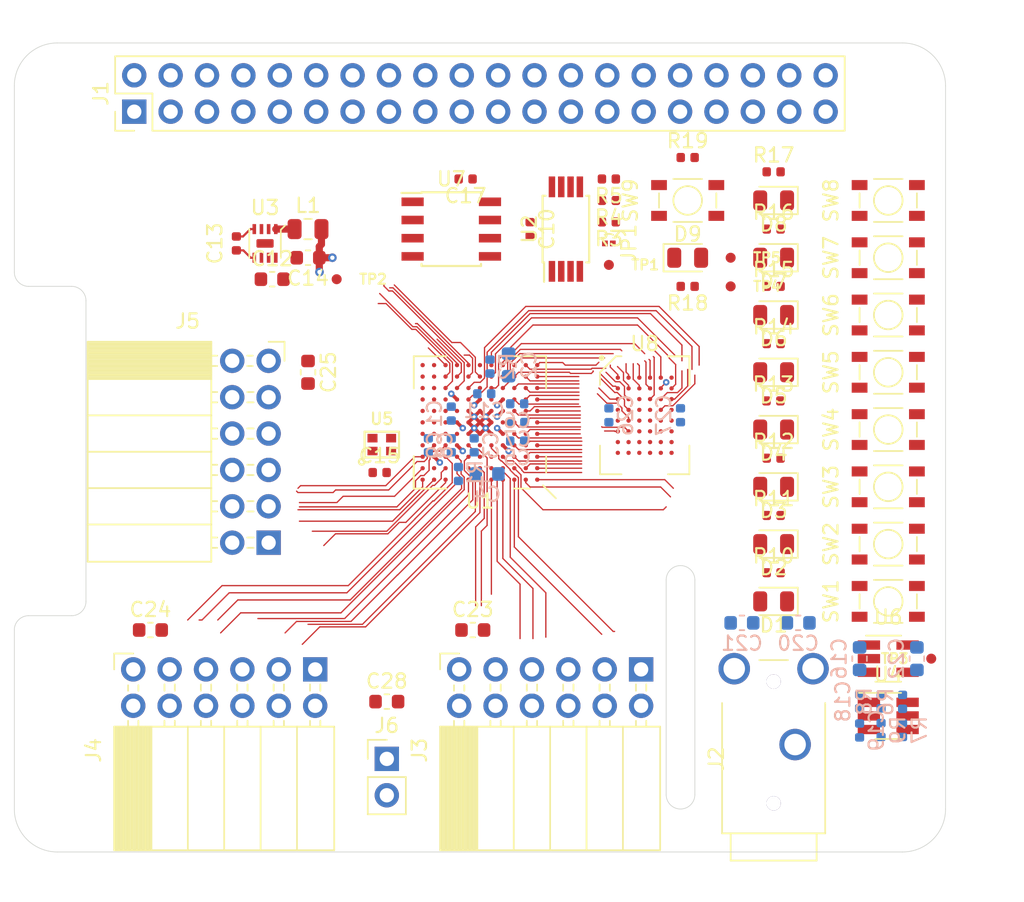
<source format=kicad_pcb>
(kicad_pcb (version 20171130) (host pcbnew 5.1.2+dfsg1-1)
  (layers (0 F.Cu signal) (1 In1.Cu power hide) (2 In2.Cu power) (31 B.Cu signal) (34 B.Paste user) (35 F.Paste user) (36 B.SilkS user hide) (37 F.SilkS user hide) (38 B.Mask user) (39 F.Mask user) (44 Edge.Cuts user))
  (net 0 "")
  (net 1 GND)
  (net 2 +1V2)
  (net 3 "Net-(C2-Pad2)")
  (net 4 "Net-(C2-Pad1)")
  (net 5 "Net-(C4-Pad2)")
  (net 6 "Net-(C4-Pad1)")
  (net 7 +3V3)
  (net 8 +5V)
  (net 9 "Net-(C13-Pad2)")
  (net 10 "Net-(C18-Pad1)")
  (net 11 "Net-(C19-Pad1)")
  (net 12 "Net-(C20-Pad1)")
  (net 13 "Net-(C21-Pad1)")
  (net 14 +3.3VDAC)
  (net 15 "Net-(D1-Pad1)")
  (net 16 /LED0)
  (net 17 /LED1)
  (net 18 "Net-(D2-Pad1)")
  (net 19 "Net-(D3-Pad1)")
  (net 20 /LED2)
  (net 21 /LED3)
  (net 22 "Net-(D4-Pad1)")
  (net 23 /LED4)
  (net 24 "Net-(D5-Pad1)")
  (net 25 "Net-(D6-Pad1)")
  (net 26 /LED5)
  (net 27 /LED6)
  (net 28 "Net-(D7-Pad1)")
  (net 29 "Net-(D8-Pad1)")
  (net 30 /LED7)
  (net 31 /GP13_FPGA_CDONE)
  (net 32 "Net-(J1-Pad3)")
  (net 33 "Net-(J1-Pad5)")
  (net 34 "Net-(J1-Pad7)")
  (net 35 /GP14_UART_TXD)
  (net 36 /GP15_UART_RXD)
  (net 37 "Net-(J1-Pad11)")
  (net 38 "Net-(J1-Pad12)")
  (net 39 /GP27_SDIO_DAT3)
  (net 40 /GP22_SDIO_CLK)
  (net 41 /GP23_SDIO_CMD)
  (net 42 /GP24_SDIO_DAT0)
  (net 43 /GP10_SPI_MOSI)
  (net 44 /GP9_SPI_MISO)
  (net 45 /GP25_SDIO_DAT1)
  (net 46 /GP11_SPI_SCK)
  (net 47 /GP8_SPI_~CS)
  (net 48 "Net-(J1-Pad26)")
  (net 49 /ID_SD)
  (net 50 /ID_SC)
  (net 51 "Net-(J1-Pad29)")
  (net 52 "Net-(J1-Pad31)")
  (net 53 /GP12_FPGA_~RST)
  (net 54 "Net-(J1-Pad35)")
  (net 55 "Net-(J1-Pad36)")
  (net 56 /GP26_SDIO_DAT2)
  (net 57 "Net-(J1-Pad38)")
  (net 58 "Net-(J1-Pad40)")
  (net 59 /IO0_0)
  (net 60 /IO0_1)
  (net 61 /IO0_2)
  (net 62 /IO0_3)
  (net 63 /IO0_4)
  (net 64 /IO0_5)
  (net 65 /IO0_6)
  (net 66 /IO0_7)
  (net 67 /IO1_7)
  (net 68 /IO1_6)
  (net 69 /IO1_5)
  (net 70 /IO1_4)
  (net 71 /IO1_3)
  (net 72 /IO1_2)
  (net 73 /IO1_1)
  (net 74 /IO1_0)
  (net 75 /IO2_0)
  (net 76 /IO2_1)
  (net 77 /IO2_2)
  (net 78 /IO2_3)
  (net 79 /IO2_4)
  (net 80 /IO2_5)
  (net 81 /IO2_6)
  (net 82 /IO2_7)
  (net 83 "Net-(JP1-Pad1)")
  (net 84 "Net-(L1-Pad1)")
  (net 85 "Net-(R6-Pad2)")
  (net 86 "Net-(R7-Pad2)")
  (net 87 /SW0)
  (net 88 /SW1)
  (net 89 /SW2)
  (net 90 /SW3)
  (net 91 /SW4)
  (net 92 /SW5)
  (net 93 /SW6)
  (net 94 /SW7)
  (net 95 /SRAM_DQ0)
  (net 96 /SRAM_DQ5)
  (net 97 /SRAM_DQ7)
  (net 98 /SRAM_DQ6)
  (net 99 /SRAM_DQ12)
  (net 100 /SRAM_A9)
  (net 101 /SRAM_A2)
  (net 102 /SRAM_A4)
  (net 103 /SRAM_A5)
  (net 104 /SRAM_A10)
  (net 105 /SRAM_DQ1)
  (net 106 /SRAM_DQ4)
  (net 107 /SRAM_DQ8)
  (net 108 /SRAM_DQ10)
  (net 109 /SRAM_DQ13)
  (net 110 /SRAM_DQ15)
  (net 111 /SRAM_A3)
  (net 112 /SRAM_A7)
  (net 113 /SRAM_A6)
  (net 114 /SRAM_A12)
  (net 115 /SRAM_DQ3)
  (net 116 /SRAM_DQ9)
  (net 117 /SRAM_DQ11)
  (net 118 /SRAM_A8)
  (net 119 /SRAM_A0)
  (net 120 /SRAM_A1)
  (net 121 /SRAM_A11)
  (net 122 /SRAM_A13)
  (net 123 /SRAM_A15)
  (net 124 /SRAM_DQ2)
  (net 125 /SRAM_DQ14)
  (net 126 /SRAM_A14)
  (net 127 /SRAM_A17)
  (net 128 /SRAM_A16)
  (net 129 /SRAM_~WE)
  (net 130 /SRAM_~OE)
  (net 131 /SRAM_~LB)
  (net 132 /SRAM_~UB)
  (net 133 /AUDIO_R_PWM)
  (net 134 "Net-(U1-PadB10)")
  (net 135 /CLK_OSC)
  (net 136 /AUDIO_L_PWM)
  (module Capacitor_SMD:C_0402_1005Metric (layer B.Cu) (at 128.9 108.1 90)
    (fp_text reference C8 (at 0 1.17 90) (layer B.SilkS) (effects (justify mirror)))
    (fp_text value 100n)
    (pad 2 smd roundrect (at 0.485 0 90) (size 0.59 0.64) (layers B.Cu B.Paste B.Mask) (net 1 GND))
    (pad 1 smd roundrect (at -0.485 0 90) (size 0.59 0.64) (layers B.Cu B.Paste B.Mask) (net 7 +3V3))
  )
  (module fpga_hat:BGA-121_11x11_9.0x9.0mm (layer F.Cu) (at 132.5 106.5 180)
    (fp_text reference U1 (at 0 -5.5) (layer F.SilkS))
    (fp_text value iCE40-HX8k-BG121)
    (pad A1 smd circle (at -4 -4 180) (size 0.3 0.3) (layers F.Cu F.Paste F.Mask) (net 79 /IO2_4))
    (pad B1 smd circle (at -4 -3.2 180) (size 0.3 0.3) (layers F.Cu F.Paste F.Mask) (net 95 /SRAM_DQ0))
    (pad C1 smd circle (at -4 -2.4 180) (size 0.3 0.3) (layers F.Cu F.Paste F.Mask) (net 96 /SRAM_DQ5))
    (pad D1 smd circle (at -4 -1.6 180) (size 0.3 0.3) (layers F.Cu F.Paste F.Mask) (net 97 /SRAM_DQ7))
    (pad E1 smd circle (at -4 -0.8 180) (size 0.3 0.3) (layers F.Cu F.Paste F.Mask) (net 98 /SRAM_DQ6))
    (pad F1 smd circle (at -4 0 180) (size 0.3 0.3) (layers F.Cu F.Paste F.Mask) (net 119 /SRAM_A0))
    (pad G1 smd circle (at -4 0.8 180) (size 0.3 0.3) (layers F.Cu F.Paste F.Mask) (net 117 /SRAM_DQ11))
    (pad H1 smd circle (at -4 1.6 180) (size 0.3 0.3) (layers F.Cu F.Paste F.Mask) (net 101 /SRAM_A2))
    (pad J1 smd circle (at -4 2.4 180) (size 0.3 0.3) (layers F.Cu F.Paste F.Mask) (net 102 /SRAM_A4))
    (pad K1 smd circle (at -4 3.2 180) (size 0.3 0.3) (layers F.Cu F.Paste F.Mask) (net 103 /SRAM_A5))
    (pad L1 smd circle (at -4 4 180) (size 0.3 0.3) (layers F.Cu F.Paste F.Mask) (net 104 /SRAM_A10))
    (pad A2 smd circle (at -3.2 -4 180) (size 0.3 0.3) (layers F.Cu F.Paste F.Mask) (net 77 /IO2_2))
    (pad B2 smd circle (at -3.2 -3.2 180) (size 0.3 0.3) (layers F.Cu F.Paste F.Mask) (net 105 /SRAM_DQ1))
    (pad C2 smd circle (at -3.2 -2.4 180) (size 0.3 0.3) (layers F.Cu F.Paste F.Mask) (net 106 /SRAM_DQ4))
    (pad D2 smd circle (at -3.2 -1.6 180) (size 0.3 0.3) (layers F.Cu F.Paste F.Mask) (net 107 /SRAM_DQ8))
    (pad E2 smd circle (at -3.2 -0.8 180) (size 0.3 0.3) (layers F.Cu F.Paste F.Mask) (net 108 /SRAM_DQ10))
    (pad F2 smd circle (at -3.2 0 180) (size 0.3 0.3) (layers F.Cu F.Paste F.Mask) (net 109 /SRAM_DQ13))
    (pad G2 smd circle (at -3.2 0.8 180) (size 0.3 0.3) (layers F.Cu F.Paste F.Mask) (net 110 /SRAM_DQ15))
    (pad H2 smd circle (at -3.2 1.6 180) (size 0.3 0.3) (layers F.Cu F.Paste F.Mask) (net 111 /SRAM_A3))
    (pad J2 smd circle (at -3.2 2.4 180) (size 0.3 0.3) (layers F.Cu F.Paste F.Mask) (net 112 /SRAM_A7))
    (pad K2 smd circle (at -3.2 3.2 180) (size 0.3 0.3) (layers F.Cu F.Paste F.Mask) (net 113 /SRAM_A6))
    (pad L2 smd circle (at -3.2 4 180) (size 0.3 0.3) (layers F.Cu F.Paste F.Mask) (net 114 /SRAM_A12))
    (pad A3 smd circle (at -2.4 -4 180) (size 0.3 0.3) (layers F.Cu F.Paste F.Mask) (net 78 /IO2_3))
    (pad B3 smd circle (at -2.4 -3.2 180) (size 0.3 0.3) (layers F.Cu F.Paste F.Mask) (net 76 /IO2_1))
    (pad C3 smd circle (at -2.4 -2.4 180) (size 0.3 0.3) (layers F.Cu F.Paste F.Mask) (net 115 /SRAM_DQ3))
    (pad D3 smd circle (at -2.4 -1.6 180) (size 0.3 0.3) (layers F.Cu F.Paste F.Mask) (net 116 /SRAM_DQ9))
    (pad E3 smd circle (at -2.4 -0.8 180) (size 0.3 0.3) (layers F.Cu F.Paste F.Mask) (net 100 /SRAM_A9))
    (pad F3 smd circle (at -2.4 0 180) (size 0.3 0.3) (layers F.Cu F.Paste F.Mask) (net 118 /SRAM_A8))
    (pad G3 smd circle (at -2.4 0.8 180) (size 0.3 0.3) (layers F.Cu F.Paste F.Mask) (net 99 /SRAM_DQ12))
    (pad H3 smd circle (at -2.4 1.6 180) (size 0.3 0.3) (layers F.Cu F.Paste F.Mask) (net 120 /SRAM_A1))
    (pad J3 smd circle (at -2.4 2.4 180) (size 0.3 0.3) (layers F.Cu F.Paste F.Mask) (net 121 /SRAM_A11))
    (pad K3 smd circle (at -2.4 3.2 180) (size 0.3 0.3) (layers F.Cu F.Paste F.Mask) (net 122 /SRAM_A13))
    (pad L3 smd circle (at -2.4 4 180) (size 0.3 0.3) (layers F.Cu F.Paste F.Mask) (net 123 /SRAM_A15))
    (pad A4 smd circle (at -1.6 -4 180) (size 0.3 0.3) (layers F.Cu F.Paste F.Mask) (net 68 /IO1_6))
    (pad B4 smd circle (at -1.6 -3.2 180) (size 0.3 0.3) (layers F.Cu F.Paste F.Mask) (net 75 /IO2_0))
    (pad C4 smd circle (at -1.6 -2.4 180) (size 0.3 0.3) (layers F.Cu F.Paste F.Mask) (net 124 /SRAM_DQ2))
    (pad D4 smd circle (at -1.6 -1.6 180) (size 0.3 0.3) (layers F.Cu F.Paste F.Mask) (net 2 +1V2))
    (pad E4 smd circle (at -1.6 -0.8 180) (size 0.3 0.3) (layers F.Cu F.Paste F.Mask) (net 7 +3V3))
    (pad F4 smd circle (at -1.6 0 180) (size 0.3 0.3) (layers F.Cu F.Paste F.Mask) (net 125 /SRAM_DQ14))
    (pad G4 smd circle (at -1.6 0.8 180) (size 0.3 0.3) (layers F.Cu F.Paste F.Mask) (net 7 +3V3))
    (pad H4 smd circle (at -1.6 1.6 180) (size 0.3 0.3) (layers F.Cu F.Paste F.Mask) (net 2 +1V2))
    (pad J4 smd circle (at -1.6 2.4 180) (size 0.3 0.3) (layers F.Cu F.Paste F.Mask) (net 126 /SRAM_A14))
    (pad K4 smd circle (at -1.6 3.2 180) (size 0.3 0.3) (layers F.Cu F.Paste F.Mask) (net 127 /SRAM_A17))
    (pad L4 smd circle (at -1.6 4 180) (size 0.3 0.3) (layers F.Cu F.Paste F.Mask) (net 128 /SRAM_A16))
    (pad A5 smd circle (at -0.8 -4 180) (size 0.3 0.3) (layers F.Cu F.Paste F.Mask) (net 70 /IO1_4))
    (pad B5 smd circle (at -0.8 -3.2 180) (size 0.3 0.3) (layers F.Cu F.Paste F.Mask) (net 69 /IO1_5))
    (pad C5 smd circle (at -0.8 -2.4 180) (size 0.3 0.3) (layers F.Cu F.Paste F.Mask) (net 5 "Net-(C4-Pad2)"))
    (pad D5 smd circle (at -0.8 -1.6 180) (size 0.3 0.3) (layers F.Cu F.Paste F.Mask) (net 67 /IO1_7))
    (pad E5 smd circle (at -0.8 -0.8 180) (size 0.3 0.3) (layers F.Cu F.Paste F.Mask) (net 1 GND))
    (pad F5 smd circle (at -0.8 0 180) (size 0.3 0.3) (layers F.Cu F.Paste F.Mask) (net 1 GND))
    (pad G5 smd circle (at -0.8 0.8 180) (size 0.3 0.3) (layers F.Cu F.Paste F.Mask) (net 1 GND))
    (pad H5 smd circle (at -0.8 1.6 180) (size 0.3 0.3) (layers F.Cu F.Paste F.Mask) (net 1 GND))
    (pad J5 smd circle (at -0.8 2.4 180) (size 0.3 0.3) (layers F.Cu F.Paste F.Mask) (net 129 /SRAM_~WE))
    (pad K5 smd circle (at -0.8 3.2 180) (size 0.3 0.3) (layers F.Cu F.Paste F.Mask) (net 130 /SRAM_~OE))
    (pad L5 smd circle (at -0.8 4 180) (size 0.3 0.3) (layers F.Cu F.Paste F.Mask) (net 56 /GP26_SDIO_DAT2))
    (pad A6 smd circle (at 0 -4 180) (size 0.3 0.3) (layers F.Cu F.Paste F.Mask) (net 71 /IO1_3))
    (pad B6 smd circle (at 0 -3.2 180) (size 0.3 0.3) (layers F.Cu F.Paste F.Mask) (net 81 /IO2_6))
    (pad C6 smd circle (at 0 -2.4 180) (size 0.3 0.3) (layers F.Cu F.Paste F.Mask) (net 6 "Net-(C4-Pad1)"))
    (pad D6 smd circle (at 0 -1.6 180) (size 0.3 0.3) (layers F.Cu F.Paste F.Mask) (net 7 +3V3))
    (pad E6 smd circle (at 0 -0.8 180) (size 0.3 0.3) (layers F.Cu F.Paste F.Mask) (net 1 GND))
    (pad F6 smd circle (at 0 0 180) (size 0.3 0.3) (layers F.Cu F.Paste F.Mask) (net 1 GND))
    (pad G6 smd circle (at 0 0.8 180) (size 0.3 0.3) (layers F.Cu F.Paste F.Mask) (net 1 GND))
    (pad H6 smd circle (at 0 1.6 180) (size 0.3 0.3) (layers F.Cu F.Paste F.Mask) (net 7 +3V3))
    (pad J6 smd circle (at 0 2.4 180) (size 0.3 0.3) (layers F.Cu F.Paste F.Mask) (net 4 "Net-(C2-Pad1)"))
    (pad K6 smd circle (at 0 3.2 180) (size 0.3 0.3) (layers F.Cu F.Paste F.Mask) (net 39 /GP27_SDIO_DAT3))
    (pad L6 smd circle (at 0 4 180) (size 0.3 0.3) (layers F.Cu F.Paste F.Mask) (net 3 "Net-(C2-Pad2)"))
    (pad A7 smd circle (at 0.8 -4 180) (size 0.3 0.3) (layers F.Cu F.Paste F.Mask) (net 72 /IO1_2))
    (pad B7 smd circle (at 0.8 -3.2 180) (size 0.3 0.3) (layers F.Cu F.Paste F.Mask) (net 80 /IO2_5))
    (pad C7 smd circle (at 0.8 -2.4 180) (size 0.3 0.3) (layers F.Cu F.Paste F.Mask) (net 73 /IO1_1))
    (pad D7 smd circle (at 0.8 -1.6 180) (size 0.3 0.3) (layers F.Cu F.Paste F.Mask) (net 66 /IO0_7))
    (pad E7 smd circle (at 0.8 -0.8 180) (size 0.3 0.3) (layers F.Cu F.Paste F.Mask) (net 1 GND))
    (pad F7 smd circle (at 0.8 0 180) (size 0.3 0.3) (layers F.Cu F.Paste F.Mask) (net 1 GND))
    (pad G7 smd circle (at 0.8 0.8 180) (size 0.3 0.3) (layers F.Cu F.Paste F.Mask) (net 1 GND))
    (pad H7 smd circle (at 0.8 1.6 180) (size 0.3 0.3) (layers F.Cu F.Paste F.Mask) (net 131 /SRAM_~LB))
    (pad J7 smd circle (at 0.8 2.4 180) (size 0.3 0.3) (layers F.Cu F.Paste F.Mask) (net 132 /SRAM_~UB))
    (pad K7 smd circle (at 0.8 3.2 180) (size 0.3 0.3) (layers F.Cu F.Paste F.Mask) (net 133 /AUDIO_R_PWM))
    (pad L7 smd circle (at 0.8 4 180) (size 0.3 0.3) (layers F.Cu F.Paste F.Mask) (net 41 /GP23_SDIO_CMD))
    (pad A8 smd circle (at 1.6 -4 180) (size 0.3 0.3) (layers F.Cu F.Paste F.Mask) (net 74 /IO1_0))
    (pad B8 smd circle (at 1.6 -3.2 180) (size 0.3 0.3) (layers F.Cu F.Paste F.Mask) (net 63 /IO0_4))
    (pad C8 smd circle (at 1.6 -2.4 180) (size 0.3 0.3) (layers F.Cu F.Paste F.Mask) (net 65 /IO0_6))
    (pad D8 smd circle (at 1.6 -1.6 180) (size 0.3 0.3) (layers F.Cu F.Paste F.Mask) (net 2 +1V2))
    (pad E8 smd circle (at 1.6 -0.8 180) (size 0.3 0.3) (layers F.Cu F.Paste F.Mask) (net 90 /SW3))
    (pad F8 smd circle (at 1.6 0 180) (size 0.3 0.3) (layers F.Cu F.Paste F.Mask) (net 7 +3V3))
    (pad G8 smd circle (at 1.6 0.8 180) (size 0.3 0.3) (layers F.Cu F.Paste F.Mask) (net 21 /LED3))
    (pad H8 smd circle (at 1.6 1.6 180) (size 0.3 0.3) (layers F.Cu F.Paste F.Mask) (net 2 +1V2))
    (pad J8 smd circle (at 1.6 2.4 180) (size 0.3 0.3) (layers F.Cu F.Paste F.Mask) (net 40 /GP22_SDIO_CLK))
    (pad K8 smd circle (at 1.6 3.2 180) (size 0.3 0.3) (layers F.Cu F.Paste F.Mask) (net 31 /GP13_FPGA_CDONE))
    (pad L8 smd circle (at 1.6 4 180) (size 0.3 0.3) (layers F.Cu F.Paste F.Mask) (net 42 /GP24_SDIO_DAT0))
    (pad A9 smd circle (at 2.4 -4 180) (size 0.3 0.3) (layers F.Cu F.Paste F.Mask) (net 64 /IO0_5))
    (pad B9 smd circle (at 2.4 -3.2 180) (size 0.3 0.3) (layers F.Cu F.Paste F.Mask) (net 62 /IO0_3))
    (pad C9 smd circle (at 2.4 -2.4 180) (size 0.3 0.3) (layers F.Cu F.Paste F.Mask) (net 61 /IO0_2))
    (pad D9 smd circle (at 2.4 -1.6 180) (size 0.3 0.3) (layers F.Cu F.Paste F.Mask) (net 91 /SW4))
    (pad E9 smd circle (at 2.4 -0.8 180) (size 0.3 0.3) (layers F.Cu F.Paste F.Mask) (net 89 /SW2))
    (pad F9 smd circle (at 2.4 0 180) (size 0.3 0.3) (layers F.Cu F.Paste F.Mask) (net 88 /SW1))
    (pad G9 smd circle (at 2.4 0.8 180) (size 0.3 0.3) (layers F.Cu F.Paste F.Mask) (net 27 /LED6))
    (pad H9 smd circle (at 2.4 1.6 180) (size 0.3 0.3) (layers F.Cu F.Paste F.Mask) (net 45 /GP25_SDIO_DAT1))
    (pad J9 smd circle (at 2.4 2.4 180) (size 0.3 0.3) (layers F.Cu F.Paste F.Mask) (net 44 /GP9_SPI_MISO))
    (pad K9 smd circle (at 2.4 3.2 180) (size 0.3 0.3) (layers F.Cu F.Paste F.Mask) (net 43 /GP10_SPI_MOSI))
    (pad L9 smd circle (at 2.4 4 180) (size 0.3 0.3) (layers F.Cu F.Paste F.Mask) (net 53 /GP12_FPGA_~RST))
    (pad A10 smd circle (at 3.2 -4 180) (size 0.3 0.3) (layers F.Cu F.Paste F.Mask) (net 60 /IO0_1))
    (pad B10 smd circle (at 3.2 -3.2 180) (size 0.3 0.3) (layers F.Cu F.Paste F.Mask) (net 134 "Net-(U1-PadB10)"))
    (pad C10 smd circle (at 3.2 -2.4 180) (size 0.3 0.3) (layers F.Cu F.Paste F.Mask) (net 7 +3V3))
    (pad D10 smd circle (at 3.2 -1.6 180) (size 0.3 0.3) (layers F.Cu F.Paste F.Mask) (net 94 /SW7))
    (pad E10 smd circle (at 3.2 -0.8 180) (size 0.3 0.3) (layers F.Cu F.Paste F.Mask) (net 135 /CLK_OSC))
    (pad F10 smd circle (at 3.2 0 180) (size 0.3 0.3) (layers F.Cu F.Paste F.Mask) (net 87 /SW0))
    (pad G10 smd circle (at 3.2 0.8 180) (size 0.3 0.3) (layers F.Cu F.Paste F.Mask) (net 26 /LED5))
    (pad H10 smd circle (at 3.2 1.6 180) (size 0.3 0.3) (layers F.Cu F.Paste F.Mask) (net 17 /LED1))
    (pad J10 smd circle (at 3.2 2.4 180) (size 0.3 0.3) (layers F.Cu F.Paste F.Mask) (net 20 /LED2))
    (pad K10 smd circle (at 3.2 3.2 180) (size 0.3 0.3) (layers F.Cu F.Paste F.Mask) (net 47 /GP8_SPI_~CS))
    (pad L10 smd circle (at 3.2 4 180) (size 0.3 0.3) (layers F.Cu F.Paste F.Mask) (net 46 /GP11_SPI_SCK))
    (pad A11 smd circle (at 4 -4 180) (size 0.3 0.3) (layers F.Cu F.Paste F.Mask) (net 59 /IO0_0))
    (pad B11 smd circle (at 4 -3.2 180) (size 0.3 0.3) (layers F.Cu F.Paste F.Mask) (net 36 /GP15_UART_RXD))
    (pad C11 smd circle (at 4 -2.4 180) (size 0.3 0.3) (layers F.Cu F.Paste F.Mask) (net 35 /GP14_UART_TXD))
    (pad D11 smd circle (at 4 -1.6 180) (size 0.3 0.3) (layers F.Cu F.Paste F.Mask) (net 93 /SW6))
    (pad E11 smd circle (at 4 -0.8 180) (size 0.3 0.3) (layers F.Cu F.Paste F.Mask) (net 92 /SW5))
    (pad F11 smd circle (at 4 0 180) (size 0.3 0.3) (layers F.Cu F.Paste F.Mask) (net 136 /AUDIO_L_PWM))
    (pad G11 smd circle (at 4 0.8 180) (size 0.3 0.3) (layers F.Cu F.Paste F.Mask) (net 30 /LED7))
    (pad H11 smd circle (at 4 1.6 180) (size 0.3 0.3) (layers F.Cu F.Paste F.Mask) (net 23 /LED4))
    (pad J11 smd circle (at 4 2.4 180) (size 0.3 0.3) (layers F.Cu F.Paste F.Mask) (net 82 /IO2_7))
    (pad K11 smd circle (at 4 3.2 180) (size 0.3 0.3) (layers F.Cu F.Paste F.Mask) (net 16 /LED0))
    (pad L11 smd circle (at 4 4 180) (size 0.3 0.3) (layers F.Cu F.Paste F.Mask) (net 7 +3V3))
  )
  (module fpga_hat:MOUNTHOLE_M2.5 (layer F.Cu) (at 161.5 83.5)
    (fp_text reference REF** hide)
    (fp_text value MOUNTHOLE_M2.5 hide)
    (pad "" np_thru_hole circle (at 0 0) (size 2.75 2.75) (drill 2.75) (layers *.Cu *.Mask) (thermal_gap 1.9))
  )
  (module fpga_hat:MOUNTHOLE_M2.5 (layer F.Cu) (at 161.5 133)
    (fp_text reference REF** hide)
    (fp_text value MOUNTHOLE_M2.5 hide)
    (pad "" np_thru_hole circle (at 0 0) (size 2.75 2.75) (drill 2.75) (layers *.Cu *.Mask) (thermal_gap 1.9))
  )
  (module fpga_hat:MOUNTHOLE_M2.5 (layer F.Cu) (at 103.5 133)
    (fp_text reference REF** hide)
    (fp_text value MOUNTHOLE_M2.5 hide)
    (pad "" np_thru_hole circle (at 0 0) (size 2.75 2.75) (drill 2.75) (layers *.Cu *.Mask) (thermal_gap 1.9))
  )
  (module fpga_hat:MOUNTHOLE_M2.5 (layer F.Cu) (at 103.5 83.5)
    (fp_text reference REF** hide)
    (fp_text value MOUNTHOLE_M2.5 hide)
    (pad "" np_thru_hole circle (at 0 0) (size 2.75 2.75) (drill 2.75) (layers *.Cu *.Mask) (thermal_gap 1.9))
  )
  (module Capacitor_SMD:C_0402_1005Metric (layer B.Cu) (at 130.5 105.885 270)
    (fp_text reference C1 (at 0 1.17 90) (layer B.SilkS) (effects (justify mirror)))
    (fp_text value 100n)
    (pad 2 smd roundrect (at 0.485 0 270) (size 0.59 0.64) (layers B.Cu B.Paste B.Mask) (net 1 GND))
    (pad 1 smd roundrect (at -0.485 0 270) (size 0.59 0.64) (layers B.Cu B.Paste B.Mask) (net 2 +1V2))
  )
  (module Capacitor_SMD:C_0603_1608Metric (layer B.Cu) (at 134.5 102.4875 90)
    (fp_text reference C2 (at 0 1.43 90) (layer B.SilkS) (effects (justify mirror)))
    (fp_text value 4u7)
    (pad 2 smd roundrect (at 0.7875 0 90) (size 0.875 0.95) (layers B.Cu B.Paste B.Mask) (net 3 "Net-(C2-Pad2)"))
    (pad 1 smd roundrect (at -0.7875 0 90) (size 0.875 0.95) (layers B.Cu B.Paste B.Mask) (net 4 "Net-(C2-Pad1)"))
  )
  (module Capacitor_SMD:C_0402_1005Metric (layer B.Cu) (at 132.1 108.1 90)
    (fp_text reference C3 (at 0 1.17 90) (layer B.SilkS) (effects (justify mirror)))
    (fp_text value 100n)
    (pad 1 smd roundrect (at -0.485 0 90) (size 0.59 0.64) (layers B.Cu B.Paste B.Mask) (net 2 +1V2))
    (pad 2 smd roundrect (at 0.485 0 90) (size 0.59 0.64) (layers B.Cu B.Paste B.Mask) (net 1 GND))
  )
  (module Capacitor_SMD:C_0603_1608Metric (layer B.Cu) (at 133 110.1)
    (fp_text reference C4 (at 0 1.43) (layer B.SilkS) (effects (justify mirror)))
    (fp_text value 4u7)
    (pad 1 smd roundrect (at -0.7875 0) (size 0.875 0.95) (layers B.Cu B.Paste B.Mask) (net 6 "Net-(C4-Pad1)"))
    (pad 2 smd roundrect (at 0.7875 0) (size 0.875 0.95) (layers B.Cu B.Paste B.Mask) (net 5 "Net-(C4-Pad2)"))
  )
  (module Capacitor_SMD:C_0402_1005Metric (layer B.Cu) (at 135.1 107.8)
    (fp_text reference C5 (at 0 1.17 180) (layer B.SilkS) (effects (justify mirror)))
    (fp_text value 100n)
    (pad 1 smd roundrect (at -0.485 0) (size 0.59 0.64) (layers B.Cu B.Paste B.Mask) (net 2 +1V2))
    (pad 2 smd roundrect (at 0.485 0) (size 0.59 0.64) (layers B.Cu B.Paste B.Mask) (net 1 GND))
  )
  (module Capacitor_SMD:C_0402_1005Metric (layer B.Cu) (at 135.1 105.2)
    (fp_text reference C6 (at 0 1.17) (layer B.SilkS) (effects (justify mirror)))
    (fp_text value 100n)
    (pad 2 smd roundrect (at 0.485 0) (size 0.59 0.64) (layers B.Cu B.Paste B.Mask) (net 1 GND))
    (pad 1 smd roundrect (at -0.485 0) (size 0.59 0.64) (layers B.Cu B.Paste B.Mask) (net 2 +1V2))
  )
  (module Capacitor_SMD:C_0402_1005Metric (layer B.Cu) (at 135.115 106.5)
    (fp_text reference C7 (at 0 1.17 180) (layer B.SilkS) (effects (justify mirror)))
    (fp_text value 100n)
    (pad 2 smd roundrect (at 0.485 0) (size 0.59 0.64) (layers B.Cu B.Paste B.Mask) (net 1 GND))
    (pad 1 smd roundrect (at -0.485 0) (size 0.59 0.64) (layers B.Cu B.Paste B.Mask) (net 7 +3V3))
  )
  (module Capacitor_SMD:C_0402_1005Metric (layer B.Cu) (at 130.5 108.1 270)
    (fp_text reference C9 (at 0 1.17 90) (layer B.SilkS) (effects (justify mirror)))
    (fp_text value 100n)
    (pad 2 smd roundrect (at 0.485 0 270) (size 0.59 0.64) (layers B.Cu B.Paste B.Mask) (net 1 GND))
    (pad 1 smd roundrect (at -0.485 0 270) (size 0.59 0.64) (layers B.Cu B.Paste B.Mask) (net 7 +3V3))
  )
  (module Capacitor_SMD:C_0402_1005Metric (layer F.Cu) (at 136 93 270)
    (fp_text reference C10 (at 0 -1.17 90) (layer F.SilkS))
    (fp_text value 100n)
    (pad 2 smd roundrect (at 0.485 0 270) (size 0.59 0.64) (layers F.Cu F.Paste F.Mask) (net 1 GND))
    (pad 1 smd roundrect (at -0.485 0 270) (size 0.59 0.64) (layers F.Cu F.Paste F.Mask) (net 7 +3V3))
  )
  (module Capacitor_SMD:C_0402_1005Metric (layer B.Cu) (at 132.8 104.5)
    (fp_text reference C11 (at 0 1.17) (layer B.SilkS) (effects (justify mirror)))
    (fp_text value 100n)
    (pad 1 smd roundrect (at -0.485 0) (size 0.59 0.64) (layers B.Cu B.Paste B.Mask) (net 7 +3V3))
    (pad 2 smd roundrect (at 0.485 0) (size 0.59 0.64) (layers B.Cu B.Paste B.Mask) (net 1 GND))
  )
  (module Capacitor_SMD:C_0603_1608Metric (layer F.Cu) (at 118 96.5)
    (fp_text reference C12 (at 0 -1.43) (layer F.SilkS))
    (fp_text value 4u7)
    (pad 2 smd roundrect (at 0.7875 0) (size 0.875 0.95) (layers F.Cu F.Paste F.Mask) (net 1 GND))
    (pad 1 smd roundrect (at -0.7875 0) (size 0.875 0.95) (layers F.Cu F.Paste F.Mask) (net 8 +5V))
  )
  (module Capacitor_SMD:C_0402_1005Metric (layer F.Cu) (at 115.5 94 270)
    (fp_text reference C13 (at 0 1.5 90) (layer F.SilkS))
    (fp_text value 560p)
    (pad 1 smd roundrect (at -0.485 0 270) (size 0.59 0.64) (layers F.Cu F.Paste F.Mask) (net 2 +1V2))
    (pad 2 smd roundrect (at 0.485 0 270) (size 0.59 0.64) (layers F.Cu F.Paste F.Mask) (net 9 "Net-(C13-Pad2)"))
  )
  (module Capacitor_SMD:C_0603_1608Metric (layer F.Cu) (at 120.5 95 180)
    (fp_text reference C14 (at 0 -1.43) (layer F.SilkS))
    (fp_text value 4u7)
    (pad 2 smd roundrect (at 0.7875 0 180) (size 0.875 0.95) (layers F.Cu F.Paste F.Mask) (net 1 GND))
    (pad 1 smd roundrect (at -0.7875 0 180) (size 0.875 0.95) (layers F.Cu F.Paste F.Mask) (net 2 +1V2))
  )
  (module Capacitor_SMD:C_0402_1005Metric (layer F.Cu) (at 125.5 110)
    (fp_text reference C15 (at 0 -1.17) (layer F.SilkS))
    (fp_text value 100n)
    (pad 2 smd roundrect (at 0.485 0) (size 0.59 0.64) (layers F.Cu F.Paste F.Mask) (net 1 GND))
    (pad 1 smd roundrect (at -0.485 0) (size 0.59 0.64) (layers F.Cu F.Paste F.Mask) (net 7 +3V3))
  )
  (module Capacitor_SMD:C_0603_1608Metric (layer B.Cu) (at 159 123 270)
    (fp_text reference C16 (at 0 1.43 90) (layer B.SilkS) (effects (justify mirror)))
    (fp_text value 1u)
    (pad 1 smd roundrect (at -0.7875 0 270) (size 0.875 0.95) (layers B.Cu B.Paste B.Mask) (net 8 +5V))
    (pad 2 smd roundrect (at 0.7875 0 270) (size 0.875 0.95) (layers B.Cu B.Paste B.Mask) (net 1 GND))
  )
  (module Capacitor_SMD:C_0402_1005Metric (layer F.Cu) (at 131.5 89.5 180)
    (fp_text reference C17 (at 0 -1.17) (layer F.SilkS))
    (fp_text value 100n)
    (pad 1 smd roundrect (at -0.485 0 180) (size 0.59 0.64) (layers F.Cu F.Paste F.Mask) (net 7 +3V3))
    (pad 2 smd roundrect (at 0.485 0 180) (size 0.59 0.64) (layers F.Cu F.Paste F.Mask) (net 1 GND))
  )
  (module Capacitor_SMD:C_0402_1005Metric (layer B.Cu) (at 159 125.985 270)
    (fp_text reference C18 (at 0 1.17 90) (layer B.SilkS) (effects (justify mirror)))
    (fp_text value 100n)
    (pad 1 smd roundrect (at -0.485 0 270) (size 0.59 0.64) (layers B.Cu B.Paste B.Mask) (net 10 "Net-(C18-Pad1)"))
    (pad 2 smd roundrect (at 0.485 0 270) (size 0.59 0.64) (layers B.Cu B.Paste B.Mask) (net 1 GND))
  )
  (module Capacitor_SMD:C_0402_1005Metric (layer B.Cu) (at 159 128.015 90)
    (fp_text reference C19 (at 0 1.17 90) (layer B.SilkS) (effects (justify mirror)))
    (fp_text value 100n)
    (pad 1 smd roundrect (at -0.485 0 90) (size 0.59 0.64) (layers B.Cu B.Paste B.Mask) (net 11 "Net-(C19-Pad1)"))
    (pad 2 smd roundrect (at 0.485 0 90) (size 0.59 0.64) (layers B.Cu B.Paste B.Mask) (net 1 GND))
  )
  (module Capacitor_SMD:C_0603_1608Metric (layer B.Cu) (at 154.7125 120.5)
    (fp_text reference C20 (at 0 1.43) (layer B.SilkS) (effects (justify mirror)))
    (fp_text value 4u7)
    (pad 1 smd roundrect (at -0.7875 0) (size 0.875 0.95) (layers B.Cu B.Paste B.Mask) (net 12 "Net-(C20-Pad1)"))
    (pad 2 smd roundrect (at 0.7875 0) (size 0.875 0.95) (layers B.Cu B.Paste B.Mask) (net 10 "Net-(C18-Pad1)"))
  )
  (module Capacitor_SMD:C_0603_1608Metric (layer B.Cu) (at 150.7875 120.5)
    (fp_text reference C21 (at 0 1.43) (layer B.SilkS) (effects (justify mirror)))
    (fp_text value 4u7)
    (pad 1 smd roundrect (at -0.7875 0) (size 0.875 0.95) (layers B.Cu B.Paste B.Mask) (net 13 "Net-(C21-Pad1)"))
    (pad 2 smd roundrect (at 0.7875 0) (size 0.875 0.95) (layers B.Cu B.Paste B.Mask) (net 11 "Net-(C19-Pad1)"))
  )
  (module Capacitor_SMD:C_0603_1608Metric (layer B.Cu) (at 163 123 270)
    (fp_text reference C22 (at 0 1.43 90) (layer B.SilkS) (effects (justify mirror)))
    (fp_text value 1u)
    (pad 2 smd roundrect (at 0.7875 0 270) (size 0.875 0.95) (layers B.Cu B.Paste B.Mask) (net 1 GND))
    (pad 1 smd roundrect (at -0.7875 0 270) (size 0.875 0.95) (layers B.Cu B.Paste B.Mask) (net 14 +3.3VDAC))
  )
  (module Capacitor_SMD:C_0603_1608Metric (layer F.Cu) (at 132 121)
    (fp_text reference C23 (at 0 -1.43) (layer F.SilkS))
    (fp_text value 1u)
    (pad 2 smd roundrect (at 0.7875 0) (size 0.875 0.95) (layers F.Cu F.Paste F.Mask) (net 1 GND))
    (pad 1 smd roundrect (at -0.7875 0) (size 0.875 0.95) (layers F.Cu F.Paste F.Mask) (net 7 +3V3))
  )
  (module Capacitor_SMD:C_0603_1608Metric (layer F.Cu) (at 109.5 121)
    (fp_text reference C24 (at 0 -1.43) (layer F.SilkS))
    (fp_text value 1u)
    (pad 1 smd roundrect (at -0.7875 0) (size 0.875 0.95) (layers F.Cu F.Paste F.Mask) (net 7 +3V3))
    (pad 2 smd roundrect (at 0.7875 0) (size 0.875 0.95) (layers F.Cu F.Paste F.Mask) (net 1 GND))
  )
  (module Capacitor_SMD:C_0603_1608Metric (layer F.Cu) (at 120.5 103 270)
    (fp_text reference C25 (at 0 -1.43 90) (layer F.SilkS))
    (fp_text value 1u)
    (pad 2 smd roundrect (at 0.7875 0 270) (size 0.875 0.95) (layers F.Cu F.Paste F.Mask) (net 1 GND))
    (pad 1 smd roundrect (at -0.7875 0 270) (size 0.875 0.95) (layers F.Cu F.Paste F.Mask) (net 7 +3V3))
  )
  (module Capacitor_SMD:C_0402_1005Metric (layer B.Cu) (at 141.5 106 90)
    (fp_text reference C26 (at 0 1.17 270) (layer B.SilkS) (effects (justify mirror)))
    (fp_text value 100n)
    (pad 1 smd roundrect (at -0.485 0 90) (size 0.59 0.64) (layers B.Cu B.Paste B.Mask) (net 7 +3V3))
    (pad 2 smd roundrect (at 0.485 0 90) (size 0.59 0.64) (layers B.Cu B.Paste B.Mask) (net 1 GND))
  )
  (module Capacitor_SMD:C_0402_1005Metric (layer B.Cu) (at 146.5 106 270)
    (fp_text reference C27 (at 0 1.17 270) (layer B.SilkS) (effects (justify mirror)))
    (fp_text value 100n)
    (pad 2 smd roundrect (at 0.485 0 270) (size 0.59 0.64) (layers B.Cu B.Paste B.Mask) (net 1 GND))
    (pad 1 smd roundrect (at -0.485 0 270) (size 0.59 0.64) (layers B.Cu B.Paste B.Mask) (net 7 +3V3))
  )
  (module Capacitor_SMD:C_0603_1608Metric (layer F.Cu) (at 126 126)
    (fp_text reference C28 (at 0 -1.43) (layer F.SilkS))
    (fp_text value 1u)
    (pad 1 smd roundrect (at -0.7875 0) (size 0.875 0.95) (layers F.Cu F.Paste F.Mask) (net 8 +5V))
    (pad 2 smd roundrect (at 0.7875 0) (size 0.875 0.95) (layers F.Cu F.Paste F.Mask) (net 1 GND))
  )
  (module LED_SMD:LED_0805_2012Metric (layer F.Cu) (at 153 119 180)
    (fp_text reference D1 (at 0 -1.65) (layer F.SilkS))
    (fp_text value LED)
    (pad 1 smd roundrect (at -0.9375 0 180) (size 0.975 1.4) (layers F.Cu F.Paste F.Mask) (net 15 "Net-(D1-Pad1)"))
    (pad 2 smd roundrect (at 0.9375 0 180) (size 0.975 1.4) (layers F.Cu F.Paste F.Mask) (net 16 /LED0))
  )
  (module LED_SMD:LED_0805_2012Metric (layer F.Cu) (at 153 115 180)
    (fp_text reference D2 (at 0 -1.65) (layer F.SilkS))
    (fp_text value LED)
    (pad 1 smd roundrect (at -0.9375 0 180) (size 0.975 1.4) (layers F.Cu F.Paste F.Mask) (net 18 "Net-(D2-Pad1)"))
    (pad 2 smd roundrect (at 0.9375 0 180) (size 0.975 1.4) (layers F.Cu F.Paste F.Mask) (net 17 /LED1))
  )
  (module LED_SMD:LED_0805_2012Metric (layer F.Cu) (at 153 111 180)
    (fp_text reference D3 (at 0 -1.65) (layer F.SilkS))
    (fp_text value LED)
    (pad 2 smd roundrect (at 0.9375 0 180) (size 0.975 1.4) (layers F.Cu F.Paste F.Mask) (net 20 /LED2))
    (pad 1 smd roundrect (at -0.9375 0 180) (size 0.975 1.4) (layers F.Cu F.Paste F.Mask) (net 19 "Net-(D3-Pad1)"))
  )
  (module LED_SMD:LED_0805_2012Metric (layer F.Cu) (at 153 107 180)
    (fp_text reference D4 (at 0 -1.65) (layer F.SilkS))
    (fp_text value LED)
    (pad 1 smd roundrect (at -0.9375 0 180) (size 0.975 1.4) (layers F.Cu F.Paste F.Mask) (net 22 "Net-(D4-Pad1)"))
    (pad 2 smd roundrect (at 0.9375 0 180) (size 0.975 1.4) (layers F.Cu F.Paste F.Mask) (net 21 /LED3))
  )
  (module LED_SMD:LED_0805_2012Metric (layer F.Cu) (at 153 103 180)
    (fp_text reference D5 (at 0 -1.65) (layer F.SilkS))
    (fp_text value LED)
    (pad 2 smd roundrect (at 0.9375 0 180) (size 0.975 1.4) (layers F.Cu F.Paste F.Mask) (net 23 /LED4))
    (pad 1 smd roundrect (at -0.9375 0 180) (size 0.975 1.4) (layers F.Cu F.Paste F.Mask) (net 24 "Net-(D5-Pad1)"))
  )
  (module LED_SMD:LED_0805_2012Metric (layer F.Cu) (at 153 99 180)
    (fp_text reference D6 (at 0 -1.65) (layer F.SilkS))
    (fp_text value LED)
    (pad 1 smd roundrect (at -0.9375 0 180) (size 0.975 1.4) (layers F.Cu F.Paste F.Mask) (net 25 "Net-(D6-Pad1)"))
    (pad 2 smd roundrect (at 0.9375 0 180) (size 0.975 1.4) (layers F.Cu F.Paste F.Mask) (net 26 /LED5))
  )
  (module LED_SMD:LED_0805_2012Metric (layer F.Cu) (at 153 95 180)
    (fp_text reference D7 (at 0 -1.65) (layer F.SilkS))
    (fp_text value LED)
    (pad 2 smd roundrect (at 0.9375 0 180) (size 0.975 1.4) (layers F.Cu F.Paste F.Mask) (net 27 /LED6))
    (pad 1 smd roundrect (at -0.9375 0 180) (size 0.975 1.4) (layers F.Cu F.Paste F.Mask) (net 28 "Net-(D7-Pad1)"))
  )
  (module LED_SMD:LED_0805_2012Metric (layer F.Cu) (at 153 91 180)
    (fp_text reference D8 (at 0 -1.65) (layer F.SilkS))
    (fp_text value LED)
    (pad 1 smd roundrect (at -0.9375 0 180) (size 0.975 1.4) (layers F.Cu F.Paste F.Mask) (net 29 "Net-(D8-Pad1)"))
    (pad 2 smd roundrect (at 0.9375 0 180) (size 0.975 1.4) (layers F.Cu F.Paste F.Mask) (net 30 /LED7))
  )
  (module LED_SMD:LED_0805_2012Metric (layer F.Cu) (at 147 95)
    (fp_text reference D9 (at 0 -1.65) (layer F.SilkS))
    (fp_text value LED)
    (pad 2 smd roundrect (at 0.9375 0) (size 0.975 1.4) (layers F.Cu F.Paste F.Mask) (net 31 /GP13_FPGA_CDONE))
    (pad 1 smd roundrect (at -0.9375 0) (size 0.975 1.4) (layers F.Cu F.Paste F.Mask) (net 1 GND))
  )
  (module Connector_PinHeader_2.54mm:PinHeader_2x20_P2.54mm_Vertical (layer F.Cu) (at 108.37 84.8 90)
    (fp_text reference J1 (at 1.27 -2.33 90) (layer F.SilkS))
    (fp_text value 2x20)
    (pad 1 thru_hole rect (at 0 0 90) (size 1.7 1.7) (drill 1) (layers *.Cu *.Mask) (net 7 +3V3))
    (pad 2 thru_hole oval (at 2.54 0 90) (size 1.7 1.7) (drill 1) (layers *.Cu *.Mask) (net 8 +5V))
    (pad 3 thru_hole oval (at 0 2.54 90) (size 1.7 1.7) (drill 1) (layers *.Cu *.Mask) (net 32 "Net-(J1-Pad3)"))
    (pad 4 thru_hole oval (at 2.54 2.54 90) (size 1.7 1.7) (drill 1) (layers *.Cu *.Mask) (net 8 +5V))
    (pad 5 thru_hole oval (at 0 5.08 90) (size 1.7 1.7) (drill 1) (layers *.Cu *.Mask) (net 33 "Net-(J1-Pad5)"))
    (pad 6 thru_hole oval (at 2.54 5.08 90) (size 1.7 1.7) (drill 1) (layers *.Cu *.Mask) (net 1 GND))
    (pad 7 thru_hole oval (at 0 7.62 90) (size 1.7 1.7) (drill 1) (layers *.Cu *.Mask) (net 34 "Net-(J1-Pad7)"))
    (pad 8 thru_hole oval (at 2.54 7.62 90) (size 1.7 1.7) (drill 1) (layers *.Cu *.Mask) (net 35 /GP14_UART_TXD))
    (pad 9 thru_hole oval (at 0 10.16 90) (size 1.7 1.7) (drill 1) (layers *.Cu *.Mask) (net 1 GND))
    (pad 10 thru_hole oval (at 2.54 10.16 90) (size 1.7 1.7) (drill 1) (layers *.Cu *.Mask) (net 36 /GP15_UART_RXD))
    (pad 11 thru_hole oval (at 0 12.7 90) (size 1.7 1.7) (drill 1) (layers *.Cu *.Mask) (net 37 "Net-(J1-Pad11)"))
    (pad 12 thru_hole oval (at 2.54 12.7 90) (size 1.7 1.7) (drill 1) (layers *.Cu *.Mask) (net 38 "Net-(J1-Pad12)"))
    (pad 13 thru_hole oval (at 0 15.24 90) (size 1.7 1.7) (drill 1) (layers *.Cu *.Mask) (net 39 /GP27_SDIO_DAT3))
    (pad 14 thru_hole oval (at 2.54 15.24 90) (size 1.7 1.7) (drill 1) (layers *.Cu *.Mask) (net 1 GND))
    (pad 15 thru_hole oval (at 0 17.78 90) (size 1.7 1.7) (drill 1) (layers *.Cu *.Mask) (net 40 /GP22_SDIO_CLK))
    (pad 16 thru_hole oval (at 2.54 17.78 90) (size 1.7 1.7) (drill 1) (layers *.Cu *.Mask) (net 41 /GP23_SDIO_CMD))
    (pad 17 thru_hole oval (at 0 20.32 90) (size 1.7 1.7) (drill 1) (layers *.Cu *.Mask) (net 7 +3V3))
    (pad 18 thru_hole oval (at 2.54 20.32 90) (size 1.7 1.7) (drill 1) (layers *.Cu *.Mask) (net 42 /GP24_SDIO_DAT0))
    (pad 19 thru_hole oval (at 0 22.86 90) (size 1.7 1.7) (drill 1) (layers *.Cu *.Mask) (net 43 /GP10_SPI_MOSI))
    (pad 20 thru_hole oval (at 2.54 22.86 90) (size 1.7 1.7) (drill 1) (layers *.Cu *.Mask) (net 1 GND))
    (pad 21 thru_hole oval (at 0 25.4 90) (size 1.7 1.7) (drill 1) (layers *.Cu *.Mask) (net 44 /GP9_SPI_MISO))
    (pad 22 thru_hole oval (at 2.54 25.4 90) (size 1.7 1.7) (drill 1) (layers *.Cu *.Mask) (net 45 /GP25_SDIO_DAT1))
    (pad 23 thru_hole oval (at 0 27.94 90) (size 1.7 1.7) (drill 1) (layers *.Cu *.Mask) (net 46 /GP11_SPI_SCK))
    (pad 24 thru_hole oval (at 2.54 27.94 90) (size 1.7 1.7) (drill 1) (layers *.Cu *.Mask) (net 47 /GP8_SPI_~CS))
    (pad 25 thru_hole oval (at 0 30.48 90) (size 1.7 1.7) (drill 1) (layers *.Cu *.Mask) (net 1 GND))
    (pad 26 thru_hole oval (at 2.54 30.48 90) (size 1.7 1.7) (drill 1) (layers *.Cu *.Mask) (net 48 "Net-(J1-Pad26)"))
    (pad 27 thru_hole oval (at 0 33.02 90) (size 1.7 1.7) (drill 1) (layers *.Cu *.Mask) (net 49 /ID_SD))
    (pad 28 thru_hole oval (at 2.54 33.02 90) (size 1.7 1.7) (drill 1) (layers *.Cu *.Mask) (net 50 /ID_SC))
    (pad 29 thru_hole oval (at 0 35.56 90) (size 1.7 1.7) (drill 1) (layers *.Cu *.Mask) (net 51 "Net-(J1-Pad29)"))
    (pad 30 thru_hole oval (at 2.54 35.56 90) (size 1.7 1.7) (drill 1) (layers *.Cu *.Mask) (net 1 GND))
    (pad 31 thru_hole oval (at 0 38.1 90) (size 1.7 1.7) (drill 1) (layers *.Cu *.Mask) (net 52 "Net-(J1-Pad31)"))
    (pad 32 thru_hole oval (at 2.54 38.1 90) (size 1.7 1.7) (drill 1) (layers *.Cu *.Mask) (net 53 /GP12_FPGA_~RST))
    (pad 33 thru_hole oval (at 0 40.64 90) (size 1.7 1.7) (drill 1) (layers *.Cu *.Mask) (net 31 /GP13_FPGA_CDONE))
    (pad 34 thru_hole oval (at 2.54 40.64 90) (size 1.7 1.7) (drill 1) (layers *.Cu *.Mask) (net 1 GND))
    (pad 35 thru_hole oval (at 0 43.18 90) (size 1.7 1.7) (drill 1) (layers *.Cu *.Mask) (net 54 "Net-(J1-Pad35)"))
    (pad 36 thru_hole oval (at 2.54 43.18 90) (size 1.7 1.7) (drill 1) (layers *.Cu *.Mask) (net 55 "Net-(J1-Pad36)"))
    (pad 37 thru_hole oval (at 0 45.72 90) (size 1.7 1.7) (drill 1) (layers *.Cu *.Mask) (net 56 /GP26_SDIO_DAT2))
    (pad 38 thru_hole oval (at 2.54 45.72 90) (size 1.7 1.7) (drill 1) (layers *.Cu *.Mask) (net 57 "Net-(J1-Pad38)"))
    (pad 39 thru_hole oval (at 0 48.26 90) (size 1.7 1.7) (drill 1) (layers *.Cu *.Mask) (net 1 GND))
    (pad 40 thru_hole oval (at 2.54 48.26 90) (size 1.7 1.7) (drill 1) (layers *.Cu *.Mask) (net 58 "Net-(J1-Pad40)"))
  )
  (module fpga_hat:STX-3000_TRS_3.5mm (layer F.Cu) (at 153 129 90)
    (fp_text reference J2 (at -1 -4 90) (layer F.SilkS))
    (fp_text value AudioJack3)
    (pad ~ thru_hole circle (at -4.1 0 90) (size 1 1) (drill 1) (layers *.Cu *.Mask))
    (pad ~ thru_hole circle (at 4.4 0 90) (size 1 1) (drill 1) (layers *.Cu *.Mask))
    (pad S thru_hole circle (at 0 1.5 90) (size 2.2 2.2) (drill 1.5) (layers *.Cu *.Mask) (net 1 GND))
    (pad R thru_hole circle (at 5.3 -2.75 90) (size 2.2 2.2) (drill 1.5) (layers *.Cu *.Mask) (net 13 "Net-(C21-Pad1)"))
    (pad T thru_hole circle (at 5.3 2.75 90) (size 2.2 2.2) (drill 1.5) (layers *.Cu *.Mask) (net 12 "Net-(C20-Pad1)"))
  )
  (module fpga_hat:PinSocket_2x06_P2.54mm_Horizontal (layer F.Cu) (at 143.75 123.75 90)
    (fp_text reference J3 (at -5.65 -15.47 90) (layer F.SilkS))
    (fp_text value Conn_02x06_Top_Bottom)
    (pad 6 thru_hole circle (at 0 -12.7 90) (size 1.7 1.7) (drill 1) (layers *.Cu *.Mask) (net 7 +3V3))
    (pad 12 thru_hole oval (at -2.54 -12.7 90) (size 1.7 1.7) (drill 1) (layers *.Cu *.Mask) (net 7 +3V3))
    (pad 5 thru_hole oval (at 0 -10.16 90) (size 1.7 1.7) (drill 1) (layers *.Cu *.Mask) (net 1 GND))
    (pad 11 thru_hole oval (at -2.54 -10.16 90) (size 1.7 1.7) (drill 1) (layers *.Cu *.Mask) (net 1 GND))
    (pad 4 thru_hole oval (at 0 -7.62 90) (size 1.7 1.7) (drill 1) (layers *.Cu *.Mask) (net 62 /IO0_3))
    (pad 10 thru_hole oval (at -2.54 -7.62 90) (size 1.7 1.7) (drill 1) (layers *.Cu *.Mask) (net 66 /IO0_7))
    (pad 3 thru_hole oval (at 0 -5.08 90) (size 1.7 1.7) (drill 1) (layers *.Cu *.Mask) (net 61 /IO0_2))
    (pad 9 thru_hole oval (at -2.54 -5.08 90) (size 1.7 1.7) (drill 1) (layers *.Cu *.Mask) (net 65 /IO0_6))
    (pad 2 thru_hole oval (at 0 -2.54 90) (size 1.7 1.7) (drill 1) (layers *.Cu *.Mask) (net 60 /IO0_1))
    (pad 8 thru_hole oval (at -2.54 -2.54 90) (size 1.7 1.7) (drill 1) (layers *.Cu *.Mask) (net 64 /IO0_5))
    (pad 1 thru_hole rect (at 0 0 90) (size 1.7 1.7) (drill 1) (layers *.Cu *.Mask) (net 59 /IO0_0))
    (pad 7 thru_hole oval (at -2.54 0 90) (size 1.7 1.7) (drill 1) (layers *.Cu *.Mask) (net 63 /IO0_4))
  )
  (module fpga_hat:PinSocket_2x06_P2.54mm_Horizontal (layer F.Cu) (at 121 123.75 90)
    (fp_text reference J4 (at -5.65 -15.47 90) (layer F.SilkS))
    (fp_text value Conn_02x06_Top_Bottom)
    (pad 7 thru_hole oval (at -2.54 0 90) (size 1.7 1.7) (drill 1) (layers *.Cu *.Mask) (net 70 /IO1_4))
    (pad 1 thru_hole rect (at 0 0 90) (size 1.7 1.7) (drill 1) (layers *.Cu *.Mask) (net 74 /IO1_0))
    (pad 8 thru_hole oval (at -2.54 -2.54 90) (size 1.7 1.7) (drill 1) (layers *.Cu *.Mask) (net 69 /IO1_5))
    (pad 2 thru_hole oval (at 0 -2.54 90) (size 1.7 1.7) (drill 1) (layers *.Cu *.Mask) (net 73 /IO1_1))
    (pad 9 thru_hole oval (at -2.54 -5.08 90) (size 1.7 1.7) (drill 1) (layers *.Cu *.Mask) (net 68 /IO1_6))
    (pad 3 thru_hole oval (at 0 -5.08 90) (size 1.7 1.7) (drill 1) (layers *.Cu *.Mask) (net 72 /IO1_2))
    (pad 10 thru_hole oval (at -2.54 -7.62 90) (size 1.7 1.7) (drill 1) (layers *.Cu *.Mask) (net 67 /IO1_7))
    (pad 4 thru_hole oval (at 0 -7.62 90) (size 1.7 1.7) (drill 1) (layers *.Cu *.Mask) (net 71 /IO1_3))
    (pad 11 thru_hole oval (at -2.54 -10.16 90) (size 1.7 1.7) (drill 1) (layers *.Cu *.Mask) (net 1 GND))
    (pad 5 thru_hole oval (at 0 -10.16 90) (size 1.7 1.7) (drill 1) (layers *.Cu *.Mask) (net 1 GND))
    (pad 12 thru_hole oval (at -2.54 -12.7 90) (size 1.7 1.7) (drill 1) (layers *.Cu *.Mask) (net 7 +3V3))
    (pad 6 thru_hole circle (at 0 -12.7 90) (size 1.7 1.7) (drill 1) (layers *.Cu *.Mask) (net 7 +3V3))
  )
  (module fpga_hat:PinSocket_2x06_P2.54mm_Horizontal (layer F.Cu) (at 117.75 114.9)
    (fp_text reference J5 (at -5.65 -15.47) (layer F.SilkS))
    (fp_text value Conn_02x06_Top_Bottom)
    (pad 6 thru_hole circle (at 0 -12.7) (size 1.7 1.7) (drill 1) (layers *.Cu *.Mask) (net 7 +3V3))
    (pad 12 thru_hole oval (at -2.54 -12.7) (size 1.7 1.7) (drill 1) (layers *.Cu *.Mask) (net 7 +3V3))
    (pad 5 thru_hole oval (at 0 -10.16) (size 1.7 1.7) (drill 1) (layers *.Cu *.Mask) (net 1 GND))
    (pad 11 thru_hole oval (at -2.54 -10.16) (size 1.7 1.7) (drill 1) (layers *.Cu *.Mask) (net 1 GND))
    (pad 4 thru_hole oval (at 0 -7.62) (size 1.7 1.7) (drill 1) (layers *.Cu *.Mask) (net 78 /IO2_3))
    (pad 10 thru_hole oval (at -2.54 -7.62) (size 1.7 1.7) (drill 1) (layers *.Cu *.Mask) (net 82 /IO2_7))
    (pad 3 thru_hole oval (at 0 -5.08) (size 1.7 1.7) (drill 1) (layers *.Cu *.Mask) (net 77 /IO2_2))
    (pad 9 thru_hole oval (at -2.54 -5.08) (size 1.7 1.7) (drill 1) (layers *.Cu *.Mask) (net 81 /IO2_6))
    (pad 2 thru_hole oval (at 0 -2.54) (size 1.7 1.7) (drill 1) (layers *.Cu *.Mask) (net 76 /IO2_1))
    (pad 8 thru_hole oval (at -2.54 -2.54) (size 1.7 1.7) (drill 1) (layers *.Cu *.Mask) (net 80 /IO2_5))
    (pad 1 thru_hole rect (at 0 0) (size 1.7 1.7) (drill 1) (layers *.Cu *.Mask) (net 75 /IO2_0))
    (pad 7 thru_hole oval (at -2.54 0) (size 1.7 1.7) (drill 1) (layers *.Cu *.Mask) (net 79 /IO2_4))
  )
  (module Connector_PinHeader_2.54mm:PinHeader_1x02_P2.54mm_Vertical (layer F.Cu) (at 126 130)
    (fp_text reference J6 (at 0 -2.33) (layer F.SilkS))
    (fp_text value Conn_01x02)
    (pad 1 thru_hole rect (at 0 0) (size 1.7 1.7) (drill 1) (layers *.Cu *.Mask) (net 8 +5V))
    (pad 2 thru_hole oval (at 0 2.54) (size 1.7 1.7) (drill 1) (layers *.Cu *.Mask) (net 1 GND))
  )
  (module fpga_hat:SOLDER_JUMP (layer F.Cu) (at 141.5 94 90)
    (fp_text reference JP1 (at 0 1.4 90) (layer F.SilkS))
    (fp_text value "Solder jumper")
    (pad 1 smd rect (at 0 -0.275 90) (size 0.4 0.4) (layers F.Cu F.Paste F.Mask) (net 83 "Net-(JP1-Pad1)"))
    (pad 2 smd rect (at 0 0.275 90) (size 0.4 0.4) (layers F.Cu F.Paste F.Mask) (net 1 GND))
  )
  (module Inductor_SMD:L_0805_2012Metric (layer F.Cu) (at 120.5 93)
    (fp_text reference L1 (at 0 -1.65) (layer F.SilkS))
    (fp_text value 1u)
    (pad 1 smd roundrect (at -0.9375 0) (size 0.975 1.4) (layers F.Cu F.Paste F.Mask) (net 84 "Net-(L1-Pad1)"))
    (pad 2 smd roundrect (at 0.9375 0) (size 0.975 1.4) (layers F.Cu F.Paste F.Mask) (net 2 +1V2))
  )
  (module Resistor_SMD:R_0402_1005Metric (layer B.Cu) (at 131 110.1 90)
    (fp_text reference R1 (at 0 1.17 90) (layer B.SilkS) (effects (justify mirror)))
    (fp_text value 100)
    (pad 1 smd roundrect (at -0.485 0 90) (size 0.59 0.64) (layers B.Cu B.Paste B.Mask) (net 6 "Net-(C4-Pad1)"))
    (pad 2 smd roundrect (at 0.485 0 90) (size 0.59 0.64) (layers B.Cu B.Paste B.Mask) (net 2 +1V2))
  )
  (module Resistor_SMD:R_0402_1005Metric (layer B.Cu) (at 133.2 102.6 90)
    (fp_text reference R2 (at 0 1.17 90) (layer B.SilkS) (effects (justify mirror)))
    (fp_text value 100)
    (pad 2 smd roundrect (at 0.485 0 90) (size 0.59 0.64) (layers B.Cu B.Paste B.Mask) (net 2 +1V2))
    (pad 1 smd roundrect (at -0.485 0 90) (size 0.59 0.64) (layers B.Cu B.Paste B.Mask) (net 4 "Net-(C2-Pad1)"))
  )
  (module Resistor_SMD:R_0402_1005Metric (layer F.Cu) (at 141.5 92.5 180)
    (fp_text reference R3 (at 0 -1.17) (layer F.SilkS))
    (fp_text value 470)
    (pad 1 smd roundrect (at -0.485 0 180) (size 0.59 0.64) (layers F.Cu F.Paste F.Mask) (net 7 +3V3))
    (pad 2 smd roundrect (at 0.485 0 180) (size 0.59 0.64) (layers F.Cu F.Paste F.Mask) (net 83 "Net-(JP1-Pad1)"))
  )
  (module Resistor_SMD:R_0402_1005Metric (layer F.Cu) (at 141.5 91 180)
    (fp_text reference R4 (at 0 -1.17) (layer F.SilkS))
    (fp_text value 4k7)
    (pad 1 smd roundrect (at -0.485 0 180) (size 0.59 0.64) (layers F.Cu F.Paste F.Mask) (net 7 +3V3))
    (pad 2 smd roundrect (at 0.485 0 180) (size 0.59 0.64) (layers F.Cu F.Paste F.Mask) (net 50 /ID_SC))
  )
  (module Resistor_SMD:R_0402_1005Metric (layer F.Cu) (at 141.5 89.5 180)
    (fp_text reference R5 (at 0 -1.17) (layer F.SilkS))
    (fp_text value 4k7)
    (pad 2 smd roundrect (at 0.485 0 180) (size 0.59 0.64) (layers F.Cu F.Paste F.Mask) (net 50 /ID_SC))
    (pad 1 smd roundrect (at -0.485 0 180) (size 0.59 0.64) (layers F.Cu F.Paste F.Mask) (net 7 +3V3))
  )
  (module Resistor_SMD:R_0402_1005Metric (layer B.Cu) (at 162 126.015 270)
    (fp_text reference R6 (at 0 1.17 90) (layer B.SilkS) (effects (justify mirror)))
    (fp_text value 220)
    (pad 2 smd roundrect (at 0.485 0 270) (size 0.59 0.64) (layers B.Cu B.Paste B.Mask) (net 85 "Net-(R6-Pad2)"))
    (pad 1 smd roundrect (at -0.485 0 270) (size 0.59 0.64) (layers B.Cu B.Paste B.Mask) (net 10 "Net-(C18-Pad1)"))
  )
  (module Resistor_SMD:R_0402_1005Metric (layer B.Cu) (at 162 127.985 90)
    (fp_text reference R7 (at 0 1.17 90) (layer B.SilkS) (effects (justify mirror)))
    (fp_text value 220)
    (pad 2 smd roundrect (at 0.485 0 90) (size 0.59 0.64) (layers B.Cu B.Paste B.Mask) (net 86 "Net-(R7-Pad2)"))
    (pad 1 smd roundrect (at -0.485 0 90) (size 0.59 0.64) (layers B.Cu B.Paste B.Mask) (net 11 "Net-(C19-Pad1)"))
  )
  (module Resistor_SMD:R_0402_1005Metric (layer B.Cu) (at 160.5 125.985 270)
    (fp_text reference R8 (at 0 1.17 90) (layer B.SilkS) (effects (justify mirror)))
    (fp_text value 100)
    (pad 1 smd roundrect (at -0.485 0 270) (size 0.59 0.64) (layers B.Cu B.Paste B.Mask) (net 10 "Net-(C18-Pad1)"))
    (pad 2 smd roundrect (at 0.485 0 270) (size 0.59 0.64) (layers B.Cu B.Paste B.Mask) (net 1 GND))
  )
  (module Resistor_SMD:R_0402_1005Metric (layer B.Cu) (at 160.5 127.985 90)
    (fp_text reference R9 (at 0 1.17 90) (layer B.SilkS) (effects (justify mirror)))
    (fp_text value 100)
    (pad 1 smd roundrect (at -0.485 0 90) (size 0.59 0.64) (layers B.Cu B.Paste B.Mask) (net 11 "Net-(C19-Pad1)"))
    (pad 2 smd roundrect (at 0.485 0 90) (size 0.59 0.64) (layers B.Cu B.Paste B.Mask) (net 1 GND))
  )
  (module Resistor_SMD:R_0402_1005Metric (layer F.Cu) (at 153 117)
    (fp_text reference R10 (at 0 -1.17) (layer F.SilkS))
    (fp_text value 470)
    (pad 1 smd roundrect (at -0.485 0) (size 0.59 0.64) (layers F.Cu F.Paste F.Mask) (net 1 GND))
    (pad 2 smd roundrect (at 0.485 0) (size 0.59 0.64) (layers F.Cu F.Paste F.Mask) (net 15 "Net-(D1-Pad1)"))
  )
  (module Resistor_SMD:R_0402_1005Metric (layer F.Cu) (at 153 113)
    (fp_text reference R11 (at 0 -1.17) (layer F.SilkS))
    (fp_text value 470)
    (pad 1 smd roundrect (at -0.485 0) (size 0.59 0.64) (layers F.Cu F.Paste F.Mask) (net 1 GND))
    (pad 2 smd roundrect (at 0.485 0) (size 0.59 0.64) (layers F.Cu F.Paste F.Mask) (net 18 "Net-(D2-Pad1)"))
  )
  (module Resistor_SMD:R_0402_1005Metric (layer F.Cu) (at 153 109)
    (fp_text reference R12 (at 0 -1.17) (layer F.SilkS))
    (fp_text value 470)
    (pad 2 smd roundrect (at 0.485 0) (size 0.59 0.64) (layers F.Cu F.Paste F.Mask) (net 19 "Net-(D3-Pad1)"))
    (pad 1 smd roundrect (at -0.485 0) (size 0.59 0.64) (layers F.Cu F.Paste F.Mask) (net 1 GND))
  )
  (module Resistor_SMD:R_0402_1005Metric (layer F.Cu) (at 152.985 105)
    (fp_text reference R13 (at 0 -1.17) (layer F.SilkS))
    (fp_text value 470)
    (pad 1 smd roundrect (at -0.485 0) (size 0.59 0.64) (layers F.Cu F.Paste F.Mask) (net 1 GND))
    (pad 2 smd roundrect (at 0.485 0) (size 0.59 0.64) (layers F.Cu F.Paste F.Mask) (net 22 "Net-(D4-Pad1)"))
  )
  (module Resistor_SMD:R_0402_1005Metric (layer F.Cu) (at 153 101)
    (fp_text reference R14 (at 0 -1.17) (layer F.SilkS))
    (fp_text value 470)
    (pad 2 smd roundrect (at 0.485 0) (size 0.59 0.64) (layers F.Cu F.Paste F.Mask) (net 24 "Net-(D5-Pad1)"))
    (pad 1 smd roundrect (at -0.485 0) (size 0.59 0.64) (layers F.Cu F.Paste F.Mask) (net 1 GND))
  )
  (module Resistor_SMD:R_0402_1005Metric (layer F.Cu) (at 153 97)
    (fp_text reference R15 (at 0 -1.17) (layer F.SilkS))
    (fp_text value 470)
    (pad 2 smd roundrect (at 0.485 0) (size 0.59 0.64) (layers F.Cu F.Paste F.Mask) (net 25 "Net-(D6-Pad1)"))
    (pad 1 smd roundrect (at -0.485 0) (size 0.59 0.64) (layers F.Cu F.Paste F.Mask) (net 1 GND))
  )
  (module Resistor_SMD:R_0402_1005Metric (layer F.Cu) (at 153 93)
    (fp_text reference R16 (at 0 -1.17) (layer F.SilkS))
    (fp_text value 470)
    (pad 1 smd roundrect (at -0.485 0) (size 0.59 0.64) (layers F.Cu F.Paste F.Mask) (net 1 GND))
    (pad 2 smd roundrect (at 0.485 0) (size 0.59 0.64) (layers F.Cu F.Paste F.Mask) (net 28 "Net-(D7-Pad1)"))
  )
  (module Resistor_SMD:R_0402_1005Metric (layer F.Cu) (at 153 89)
    (fp_text reference R17 (at 0 -1.17) (layer F.SilkS))
    (fp_text value 470)
    (pad 2 smd roundrect (at 0.485 0) (size 0.59 0.64) (layers F.Cu F.Paste F.Mask) (net 29 "Net-(D8-Pad1)"))
    (pad 1 smd roundrect (at -0.485 0) (size 0.59 0.64) (layers F.Cu F.Paste F.Mask) (net 1 GND))
  )
  (module Resistor_SMD:R_0402_1005Metric (layer F.Cu) (at 147 97 180)
    (fp_text reference R18 (at 0 -1.17) (layer F.SilkS))
    (fp_text value 470)
    (pad 1 smd roundrect (at -0.485 0 180) (size 0.59 0.64) (layers F.Cu F.Paste F.Mask) (net 31 /GP13_FPGA_CDONE))
    (pad 2 smd roundrect (at 0.485 0 180) (size 0.59 0.64) (layers F.Cu F.Paste F.Mask) (net 7 +3V3))
  )
  (module Resistor_SMD:R_0402_1005Metric (layer F.Cu) (at 147 88)
    (fp_text reference R19 (at 0 -1.17) (layer F.SilkS))
    (fp_text value 4k7)
    (pad 2 smd roundrect (at 0.485 0) (size 0.59 0.64) (layers F.Cu F.Paste F.Mask) (net 53 /GP12_FPGA_~RST))
    (pad 1 smd roundrect (at -0.485 0) (size 0.59 0.64) (layers F.Cu F.Paste F.Mask) (net 7 +3V3))
  )
  (module fpga_hat:PTS815 (layer F.Cu) (at 161 119 270)
    (fp_text reference SW1 (at 0 4 270) (layer F.SilkS))
    (fp_text value PTS815)
    (pad ~ smd rect (at -1.075 2) (size 1.1 0.7) (layers F.Cu F.Paste F.Mask))
    (pad ~ smd rect (at 1.075 2) (size 1.1 0.7) (layers F.Cu F.Paste F.Mask))
    (pad 2 smd rect (at 1.075 -2) (size 1.1 0.7) (layers F.Cu F.Paste F.Mask) (net 1 GND))
    (pad 1 smd rect (at -1.075 -2) (size 1.1 0.7) (layers F.Cu F.Paste F.Mask) (net 87 /SW0))
  )
  (module fpga_hat:PTS815 (layer F.Cu) (at 161 115 270)
    (fp_text reference SW2 (at 0 4 270) (layer F.SilkS))
    (fp_text value PTS815)
    (pad 1 smd rect (at -1.075 -2) (size 1.1 0.7) (layers F.Cu F.Paste F.Mask) (net 88 /SW1))
    (pad 2 smd rect (at 1.075 -2) (size 1.1 0.7) (layers F.Cu F.Paste F.Mask) (net 1 GND))
    (pad ~ smd rect (at 1.075 2) (size 1.1 0.7) (layers F.Cu F.Paste F.Mask))
    (pad ~ smd rect (at -1.075 2) (size 1.1 0.7) (layers F.Cu F.Paste F.Mask))
  )
  (module fpga_hat:PTS815 (layer F.Cu) (at 161 111 270)
    (fp_text reference SW3 (at 0 4 270) (layer F.SilkS))
    (fp_text value PTS815)
    (pad ~ smd rect (at -1.075 2) (size 1.1 0.7) (layers F.Cu F.Paste F.Mask))
    (pad ~ smd rect (at 1.075 2) (size 1.1 0.7) (layers F.Cu F.Paste F.Mask))
    (pad 2 smd rect (at 1.075 -2) (size 1.1 0.7) (layers F.Cu F.Paste F.Mask) (net 1 GND))
    (pad 1 smd rect (at -1.075 -2) (size 1.1 0.7) (layers F.Cu F.Paste F.Mask) (net 89 /SW2))
  )
  (module fpga_hat:PTS815 (layer F.Cu) (at 161 107 270)
    (fp_text reference SW4 (at 0 4 270) (layer F.SilkS))
    (fp_text value PTS815)
    (pad ~ smd rect (at -1.075 2) (size 1.1 0.7) (layers F.Cu F.Paste F.Mask))
    (pad ~ smd rect (at 1.075 2) (size 1.1 0.7) (layers F.Cu F.Paste F.Mask))
    (pad 2 smd rect (at 1.075 -2) (size 1.1 0.7) (layers F.Cu F.Paste F.Mask) (net 1 GND))
    (pad 1 smd rect (at -1.075 -2) (size 1.1 0.7) (layers F.Cu F.Paste F.Mask) (net 90 /SW3))
  )
  (module fpga_hat:PTS815 (layer F.Cu) (at 161 103 270)
    (fp_text reference SW5 (at 0 4 270) (layer F.SilkS))
    (fp_text value PTS815)
    (pad 1 smd rect (at -1.075 -2) (size 1.1 0.7) (layers F.Cu F.Paste F.Mask) (net 91 /SW4))
    (pad 2 smd rect (at 1.075 -2) (size 1.1 0.7) (layers F.Cu F.Paste F.Mask) (net 1 GND))
    (pad ~ smd rect (at 1.075 2) (size 1.1 0.7) (layers F.Cu F.Paste F.Mask))
    (pad ~ smd rect (at -1.075 2) (size 1.1 0.7) (layers F.Cu F.Paste F.Mask))
  )
  (module fpga_hat:PTS815 (layer F.Cu) (at 161 99 270)
    (fp_text reference SW6 (at 0 4 270) (layer F.SilkS))
    (fp_text value PTS815)
    (pad 1 smd rect (at -1.075 -2) (size 1.1 0.7) (layers F.Cu F.Paste F.Mask) (net 92 /SW5))
    (pad 2 smd rect (at 1.075 -2) (size 1.1 0.7) (layers F.Cu F.Paste F.Mask) (net 1 GND))
    (pad ~ smd rect (at 1.075 2) (size 1.1 0.7) (layers F.Cu F.Paste F.Mask))
    (pad ~ smd rect (at -1.075 2) (size 1.1 0.7) (layers F.Cu F.Paste F.Mask))
  )
  (module fpga_hat:PTS815 (layer F.Cu) (at 161 95 270)
    (fp_text reference SW7 (at 0 4 270) (layer F.SilkS))
    (fp_text value PTS815)
    (pad ~ smd rect (at -1.075 2) (size 1.1 0.7) (layers F.Cu F.Paste F.Mask))
    (pad ~ smd rect (at 1.075 2) (size 1.1 0.7) (layers F.Cu F.Paste F.Mask))
    (pad 2 smd rect (at 1.075 -2) (size 1.1 0.7) (layers F.Cu F.Paste F.Mask) (net 1 GND))
    (pad 1 smd rect (at -1.075 -2) (size 1.1 0.7) (layers F.Cu F.Paste F.Mask) (net 93 /SW6))
  )
  (module fpga_hat:PTS815 (layer F.Cu) (at 161 91 270)
    (fp_text reference SW8 (at 0 4 270) (layer F.SilkS))
    (fp_text value PTS815)
    (pad 1 smd rect (at -1.075 -2) (size 1.1 0.7) (layers F.Cu F.Paste F.Mask) (net 94 /SW7))
    (pad 2 smd rect (at 1.075 -2) (size 1.1 0.7) (layers F.Cu F.Paste F.Mask) (net 1 GND))
    (pad ~ smd rect (at 1.075 2) (size 1.1 0.7) (layers F.Cu F.Paste F.Mask))
    (pad ~ smd rect (at -1.075 2) (size 1.1 0.7) (layers F.Cu F.Paste F.Mask))
  )
  (module fpga_hat:PTS815 (layer F.Cu) (at 147 91 270)
    (fp_text reference SW9 (at 0 4 270) (layer F.SilkS))
    (fp_text value PTS815)
    (pad ~ smd rect (at -1.075 2) (size 1.1 0.7) (layers F.Cu F.Paste F.Mask))
    (pad ~ smd rect (at 1.075 2) (size 1.1 0.7) (layers F.Cu F.Paste F.Mask))
    (pad 2 smd rect (at 1.075 -2) (size 1.1 0.7) (layers F.Cu F.Paste F.Mask) (net 1 GND))
    (pad 1 smd rect (at -1.075 -2) (size 1.1 0.7) (layers F.Cu F.Paste F.Mask) (net 53 /GP12_FPGA_~RST))
  )
  (module fpga_hat:Testpoint_d0.7mm (layer F.Cu) (at 141.5 95.5)
    (fp_text reference TP1 (at 2.54 0) (layer F.SilkS) (effects (font (size 0.7 0.7))))
    (fp_text value TestPoint)
    (pad 1 smd circle (at 0 0) (size 0.7 0.7) (layers F.Cu F.Mask) (net 83 "Net-(JP1-Pad1)"))
  )
  (module fpga_hat:Testpoint_d0.7mm (layer F.Cu) (at 122.5 96.5)
    (fp_text reference TP2 (at 2.54 0) (layer F.SilkS) (effects (font (size 0.7 0.7))))
    (fp_text value TestPoint)
    (pad 1 smd circle (at 0 0) (size 0.7 0.7) (layers F.Cu F.Mask) (net 2 +1V2))
  )
  (module fpga_hat:Testpoint_d0.7mm (layer F.Cu) (at 164 123 180)
    (fp_text reference TP3 (at 2.54 0) (layer F.SilkS) (effects (font (size 0.7 0.7))))
    (fp_text value TestPoint)
    (pad 1 smd circle (at 0 0 180) (size 0.7 0.7) (layers F.Cu F.Mask) (net 14 +3.3VDAC))
  )
  (module fpga_hat:Testpoint_d0.7mm (layer F.Cu) (at 150 97)
    (fp_text reference TP4 (at 2.54 0) (layer F.SilkS) (effects (font (size 0.7 0.7))))
    (fp_text value TestPoint)
    (pad 1 smd circle (at 0 0) (size 0.7 0.7) (layers F.Cu F.Mask) (net 31 /GP13_FPGA_CDONE))
  )
  (module fpga_hat:Testpoint_d0.7mm (layer F.Cu) (at 150 95)
    (fp_text reference TP5 (at 2.54 0) (layer F.SilkS) (effects (font (size 0.7 0.7))))
    (fp_text value TestPoint)
    (pad 1 smd circle (at 0 0) (size 0.7 0.7) (layers F.Cu F.Mask) (net 53 /GP12_FPGA_~RST))
  )
  (module Package_SO:TSSOP-8_4.4x3mm_P0.65mm (layer F.Cu) (at 138.5 93 90)
    (fp_text reference U2 (at 0 -2.55 90) (layer F.SilkS))
    (fp_text value CAT24C32WI)
    (pad 1 smd rect (at -2.95 -0.975 90) (size 1.45 0.45) (layers F.Cu F.Paste F.Mask) (net 1 GND))
    (pad 2 smd rect (at -2.95 -0.325 90) (size 1.45 0.45) (layers F.Cu F.Paste F.Mask) (net 1 GND))
    (pad 3 smd rect (at -2.95 0.325 90) (size 1.45 0.45) (layers F.Cu F.Paste F.Mask) (net 1 GND))
    (pad 4 smd rect (at -2.95 0.975 90) (size 1.45 0.45) (layers F.Cu F.Paste F.Mask) (net 1 GND))
    (pad 5 smd rect (at 2.95 0.975 90) (size 1.45 0.45) (layers F.Cu F.Paste F.Mask) (net 49 /ID_SD))
    (pad 6 smd rect (at 2.95 0.325 90) (size 1.45 0.45) (layers F.Cu F.Paste F.Mask) (net 50 /ID_SC))
    (pad 7 smd rect (at 2.95 -0.325 90) (size 1.45 0.45) (layers F.Cu F.Paste F.Mask) (net 83 "Net-(JP1-Pad1)"))
    (pad 8 smd rect (at 2.95 -0.975 90) (size 1.45 0.45) (layers F.Cu F.Paste F.Mask) (net 7 +3V3))
  )
  (module fpga_hat:DFN8_2x2_0.5mm (layer F.Cu) (at 117.5 94 270)
    (fp_text reference U3 (at -2.5 0 180) (layer F.SilkS))
    (fp_text value MIC23050-4YML)
    (pad 1 smd rect (at -1 -0.75 270) (size 0.7 0.25) (layers F.Cu F.Paste F.Mask) (net 84 "Net-(L1-Pad1)"))
    (pad 2 smd rect (at -1 -0.25 270) (size 0.7 0.25) (layers F.Cu F.Paste F.Mask) (net 8 +5V))
    (pad 3 smd rect (at -1 0.25 270) (size 0.7 0.25) (layers F.Cu F.Paste F.Mask))
    (pad 4 smd rect (at -1 0.75 270) (size 0.7 0.25) (layers F.Cu F.Paste F.Mask) (net 2 +1V2))
    (pad 5 smd rect (at 1 0.75 270) (size 0.7 0.25) (layers F.Cu F.Paste F.Mask) (net 9 "Net-(C13-Pad2)"))
    (pad 8 smd rect (at 1 -0.75 270) (size 0.7 0.25) (layers F.Cu F.Paste F.Mask) (net 1 GND))
    (pad 7 smd rect (at 1 -0.25 270) (size 0.7 0.25) (layers F.Cu F.Paste F.Mask) (net 8 +5V))
    (pad 6 smd rect (at 1 0.25 270) (size 0.7 0.25) (layers F.Cu F.Paste F.Mask) (net 1 GND))
    (pad 8 smd roundrect (at 0 0 270) (size 0.6 1.2) (layers F.Cu F.Paste F.Mask) (roundrect_rratio 0.167) (net 1 GND))
  )
  (module Package_TO_SOT_SMD:SOT-23-6_Handsoldering (layer F.Cu) (at 161 127)
    (fp_text reference U4 (at 0 -2.9) (layer F.SilkS))
    (fp_text value 74LVC2G07)
    (pad 1 smd rect (at -1.35 -0.95) (size 1.56 0.65) (layers F.Cu F.Paste F.Mask) (net 136 /AUDIO_L_PWM))
    (pad 2 smd rect (at -1.35 0) (size 1.56 0.65) (layers F.Cu F.Paste F.Mask) (net 1 GND))
    (pad 3 smd rect (at -1.35 0.95) (size 1.56 0.65) (layers F.Cu F.Paste F.Mask) (net 133 /AUDIO_R_PWM))
    (pad 4 smd rect (at 1.35 0.95) (size 1.56 0.65) (layers F.Cu F.Paste F.Mask) (net 86 "Net-(R7-Pad2)"))
    (pad 6 smd rect (at 1.35 -0.95) (size 1.56 0.65) (layers F.Cu F.Paste F.Mask) (net 85 "Net-(R6-Pad2)"))
    (pad 5 smd rect (at 1.35 0) (size 1.56 0.65) (layers F.Cu F.Paste F.Mask) (net 14 +3.3VDAC))
  )
  (module fpga_hat:LGA4_1.6x1.2mm (layer F.Cu) (at 125.65 108.05)
    (fp_text reference U5 (at 0 -1.8) (layer F.SilkS) (effects (font (size 0.8 0.8))))
    (fp_text value DSC60XX)
    (pad 2 smd rect (at 0.65 0.45) (size 0.7 0.6) (layers F.Cu F.Paste F.Mask) (net 1 GND))
    (pad 1 smd rect (at -0.65 0.45) (size 0.7 0.6) (layers F.Cu F.Paste F.Mask) (net 7 +3V3))
    (pad 3 smd rect (at 0.65 -0.45) (size 0.7 0.6) (layers F.Cu F.Paste F.Mask) (net 135 /CLK_OSC))
    (pad 4 smd rect (at -0.65 -0.45) (size 0.7 0.6) (layers F.Cu F.Paste F.Mask) (net 7 +3V3))
  )
  (module Package_TO_SOT_SMD:SOT-23-5_HandSoldering (layer F.Cu) (at 161 123)
    (fp_text reference U6 (at 0 -2.9) (layer F.SilkS))
    (fp_text value NCP115ASN330T)
    (pad 1 smd rect (at -1.35 -0.95) (size 1.56 0.65) (layers F.Cu F.Paste F.Mask) (net 8 +5V))
    (pad 2 smd rect (at -1.35 0) (size 1.56 0.65) (layers F.Cu F.Paste F.Mask) (net 1 GND))
    (pad 3 smd rect (at -1.35 0.95) (size 1.56 0.65) (layers F.Cu F.Paste F.Mask) (net 8 +5V))
    (pad 4 smd rect (at 1.35 0.95) (size 1.56 0.65) (layers F.Cu F.Paste F.Mask))
    (pad 5 smd rect (at 1.35 -0.95) (size 1.56 0.65) (layers F.Cu F.Paste F.Mask) (net 14 +3.3VDAC))
  )
  (module Package_SO:SOIC-8_3.9x4.9mm_P1.27mm (layer F.Cu) (at 130.5 93)
    (fp_text reference U7 (at 0 -3.5) (layer F.SilkS))
    (fp_text value W25X40CL)
    (pad 1 smd rect (at -2.7 -1.905) (size 1.55 0.6) (layers F.Cu F.Paste F.Mask) (net 47 /GP8_SPI_~CS))
    (pad 2 smd rect (at -2.7 -0.635) (size 1.55 0.6) (layers F.Cu F.Paste F.Mask) (net 44 /GP9_SPI_MISO))
    (pad 3 smd rect (at -2.7 0.635) (size 1.55 0.6) (layers F.Cu F.Paste F.Mask) (net 7 +3V3))
    (pad 4 smd rect (at -2.7 1.905) (size 1.55 0.6) (layers F.Cu F.Paste F.Mask) (net 1 GND))
    (pad 5 smd rect (at 2.7 1.905) (size 1.55 0.6) (layers F.Cu F.Paste F.Mask) (net 43 /GP10_SPI_MOSI))
    (pad 6 smd rect (at 2.7 0.635) (size 1.55 0.6) (layers F.Cu F.Paste F.Mask) (net 46 /GP11_SPI_SCK))
    (pad 7 smd rect (at 2.7 -0.635) (size 1.55 0.6) (layers F.Cu F.Paste F.Mask) (net 7 +3V3))
    (pad 8 smd rect (at 2.7 -1.905) (size 1.55 0.6) (layers F.Cu F.Paste F.Mask) (net 7 +3V3))
  )
  (module fpga_hat:BGA-48_6x8_6.0x8.0mm (layer F.Cu) (at 144 106)
    (fp_text reference U8 (at 0 -5) (layer F.SilkS))
    (fp_text value IS61WV25616)
    (pad A1 smd circle (at -1.875 -2.625) (size 0.3 0.3) (layers F.Cu F.Paste F.Mask) (net 131 /SRAM_~LB))
    (pad B1 smd circle (at -1.875 -1.875) (size 0.3 0.3) (layers F.Cu F.Paste F.Mask) (net 107 /SRAM_DQ8))
    (pad C1 smd circle (at -1.875 -1.125) (size 0.3 0.3) (layers F.Cu F.Paste F.Mask) (net 116 /SRAM_DQ9))
    (pad D1 smd circle (at -1.875 -0.375) (size 0.3 0.3) (layers F.Cu F.Paste F.Mask) (net 1 GND))
    (pad E1 smd circle (at -1.875 0.375) (size 0.3 0.3) (layers F.Cu F.Paste F.Mask) (net 7 +3V3))
    (pad F1 smd circle (at -1.875 1.125) (size 0.3 0.3) (layers F.Cu F.Paste F.Mask) (net 125 /SRAM_DQ14))
    (pad G1 smd circle (at -1.875 1.875) (size 0.3 0.3) (layers F.Cu F.Paste F.Mask) (net 110 /SRAM_DQ15))
    (pad H1 smd circle (at -1.875 2.625) (size 0.3 0.3) (layers F.Cu F.Paste F.Mask))
    (pad A2 smd circle (at -1.125 -2.625) (size 0.3 0.3) (layers F.Cu F.Paste F.Mask) (net 130 /SRAM_~OE))
    (pad B2 smd circle (at -1.125 -1.875) (size 0.3 0.3) (layers F.Cu F.Paste F.Mask) (net 132 /SRAM_~UB))
    (pad C2 smd circle (at -1.125 -1.125) (size 0.3 0.3) (layers F.Cu F.Paste F.Mask) (net 108 /SRAM_DQ10))
    (pad D2 smd circle (at -1.125 -0.375) (size 0.3 0.3) (layers F.Cu F.Paste F.Mask) (net 117 /SRAM_DQ11))
    (pad E2 smd circle (at -1.125 0.375) (size 0.3 0.3) (layers F.Cu F.Paste F.Mask) (net 99 /SRAM_DQ12))
    (pad F2 smd circle (at -1.125 1.125) (size 0.3 0.3) (layers F.Cu F.Paste F.Mask) (net 109 /SRAM_DQ13))
    (pad G2 smd circle (at -1.125 1.875) (size 0.3 0.3) (layers F.Cu F.Paste F.Mask))
    (pad H2 smd circle (at -1.125 2.625) (size 0.3 0.3) (layers F.Cu F.Paste F.Mask) (net 118 /SRAM_A8))
    (pad A3 smd circle (at -0.375 -2.625) (size 0.3 0.3) (layers F.Cu F.Paste F.Mask) (net 119 /SRAM_A0))
    (pad B3 smd circle (at -0.375 -1.875) (size 0.3 0.3) (layers F.Cu F.Paste F.Mask) (net 111 /SRAM_A3))
    (pad C3 smd circle (at -0.375 -1.125) (size 0.3 0.3) (layers F.Cu F.Paste F.Mask) (net 103 /SRAM_A5))
    (pad D3 smd circle (at -0.375 -0.375) (size 0.3 0.3) (layers F.Cu F.Paste F.Mask) (net 127 /SRAM_A17))
    (pad E3 smd circle (at -0.375 0.375) (size 0.3 0.3) (layers F.Cu F.Paste F.Mask))
    (pad F3 smd circle (at -0.375 1.125) (size 0.3 0.3) (layers F.Cu F.Paste F.Mask) (net 126 /SRAM_A14))
    (pad G3 smd circle (at -0.375 1.875) (size 0.3 0.3) (layers F.Cu F.Paste F.Mask) (net 114 /SRAM_A12))
    (pad H3 smd circle (at -0.375 2.625) (size 0.3 0.3) (layers F.Cu F.Paste F.Mask) (net 100 /SRAM_A9))
    (pad A4 smd circle (at 0.375 -2.625) (size 0.3 0.3) (layers F.Cu F.Paste F.Mask) (net 120 /SRAM_A1))
    (pad B4 smd circle (at 0.375 -1.875) (size 0.3 0.3) (layers F.Cu F.Paste F.Mask) (net 102 /SRAM_A4))
    (pad C4 smd circle (at 0.375 -1.125) (size 0.3 0.3) (layers F.Cu F.Paste F.Mask) (net 113 /SRAM_A6))
    (pad D4 smd circle (at 0.375 -0.375) (size 0.3 0.3) (layers F.Cu F.Paste F.Mask) (net 112 /SRAM_A7))
    (pad E4 smd circle (at 0.375 0.375) (size 0.3 0.3) (layers F.Cu F.Paste F.Mask) (net 128 /SRAM_A16))
    (pad F4 smd circle (at 0.375 1.125) (size 0.3 0.3) (layers F.Cu F.Paste F.Mask) (net 123 /SRAM_A15))
    (pad G4 smd circle (at 0.375 1.875) (size 0.3 0.3) (layers F.Cu F.Paste F.Mask) (net 122 /SRAM_A13))
    (pad H4 smd circle (at 0.375 2.625) (size 0.3 0.3) (layers F.Cu F.Paste F.Mask) (net 104 /SRAM_A10))
    (pad A5 smd circle (at 1.125 -2.625) (size 0.3 0.3) (layers F.Cu F.Paste F.Mask) (net 101 /SRAM_A2))
    (pad B5 smd circle (at 1.125 -1.875) (size 0.3 0.3) (layers F.Cu F.Paste F.Mask) (net 1 GND))
    (pad C5 smd circle (at 1.125 -1.125) (size 0.3 0.3) (layers F.Cu F.Paste F.Mask) (net 105 /SRAM_DQ1))
    (pad D5 smd circle (at 1.125 -0.375) (size 0.3 0.3) (layers F.Cu F.Paste F.Mask) (net 115 /SRAM_DQ3))
    (pad E5 smd circle (at 1.125 0.375) (size 0.3 0.3) (layers F.Cu F.Paste F.Mask) (net 106 /SRAM_DQ4))
    (pad F5 smd circle (at 1.125 1.125) (size 0.3 0.3) (layers F.Cu F.Paste F.Mask) (net 96 /SRAM_DQ5))
    (pad G5 smd circle (at 1.125 1.875) (size 0.3 0.3) (layers F.Cu F.Paste F.Mask) (net 129 /SRAM_~WE))
    (pad H5 smd circle (at 1.125 2.625) (size 0.3 0.3) (layers F.Cu F.Paste F.Mask) (net 121 /SRAM_A11))
    (pad A6 smd circle (at 1.875 -2.625) (size 0.3 0.3) (layers F.Cu F.Paste F.Mask))
    (pad B6 smd circle (at 1.875 -1.875) (size 0.3 0.3) (layers F.Cu F.Paste F.Mask) (net 95 /SRAM_DQ0))
    (pad C6 smd circle (at 1.875 -1.125) (size 0.3 0.3) (layers F.Cu F.Paste F.Mask) (net 124 /SRAM_DQ2))
    (pad D6 smd circle (at 1.875 -0.375) (size 0.3 0.3) (layers F.Cu F.Paste F.Mask) (net 7 +3V3))
    (pad E6 smd circle (at 1.875 0.375) (size 0.3 0.3) (layers F.Cu F.Paste F.Mask) (net 1 GND))
    (pad F6 smd circle (at 1.875 1.125) (size 0.3 0.3) (layers F.Cu F.Paste F.Mask) (net 98 /SRAM_DQ6))
    (pad G6 smd circle (at 1.875 1.875) (size 0.3 0.3) (layers F.Cu F.Paste F.Mask) (net 97 /SRAM_DQ7))
    (pad H6 smd circle (at 1.875 2.625) (size 0.3 0.3) (layers F.Cu F.Paste F.Mask))
  )
  (gr_line (start 100 121) (end 100 133.5) (layer Edge.Cuts) (width 0.05))
  (gr_line (start 105 98) (end 105 119) (layer Edge.Cuts) (width 0.05))
  (gr_line (start 100 83) (end 100 96) (layer Edge.Cuts) (width 0.05))
  (gr_arc (start 101 121) (end 101 120) (angle -90) (layer Edge.Cuts) (width 0.05))
  (gr_arc (start 104 98) (end 105 98) (angle -90) (layer Edge.Cuts) (width 0.05))
  (gr_arc (start 104 119) (end 104 120) (angle -90) (layer Edge.Cuts) (width 0.05))
  (gr_line (start 101 97) (end 104 97) (layer Edge.Cuts) (width 0.05))
  (gr_line (start 101 120) (end 104 120) (layer Edge.Cuts) (width 0.05))
  (gr_arc (start 101 96) (end 100 96) (angle -90) (layer Edge.Cuts) (width 0.05))
  (gr_line (start 165 83) (end 165 133.5) (layer Edge.Cuts) (width 0.05))
  (gr_line (start 145.5 117.5) (end 145.5 132.5) (layer Edge.Cuts) (width 0.05))
  (gr_line (start 147.5 132.5) (end 147.5 117.5) (layer Edge.Cuts) (width 0.05))
  (gr_arc (start 146.5 117.5) (end 147.5 117.5) (angle -180) (layer Edge.Cuts) (width 0.05))
  (gr_arc (start 146.5 132.5) (end 145.5 132.5) (angle -180) (layer Edge.Cuts) (width 0.05))
  (gr_arc (start 162 83) (end 165 83) (angle -90) (layer Edge.Cuts) (width 0.05))
  (gr_arc (start 162 133.5) (end 162 136.5) (angle -90) (layer Edge.Cuts) (width 0.05))
  (gr_arc (start 103 133.5) (end 100 133.5) (angle -90) (layer Edge.Cuts) (width 0.05))
  (gr_arc (start 103 83) (end 103 80) (angle -90) (layer Edge.Cuts) (width 0.05))
  (gr_line (start 162 136.5) (end 103 136.5) (layer Edge.Cuts) (width 0.05))
  (gr_line (start 103 80) (end 162 80) (layer Edge.Cuts) (width 0.05))
  (via (at 132.1 106.1) (size 0.45) (drill 0.2) (layers F.Cu B.Cu) (net 1))
  (segment (start 131.7 105.7) (end 132.1 106.1) (width 0.25) (layer F.Cu) (net 1))
  (segment (start 132.5 105.7) (end 132.1 106.1) (width 0.25) (layer F.Cu) (net 1))
  (segment (start 131.7 106.5) (end 132.1 106.1) (width 0.25) (layer F.Cu) (net 1))
  (via (at 132.1 106.9) (size 0.45) (drill 0.2) (layers F.Cu B.Cu) (net 1))
  (segment (start 131.7 106.5) (end 132.1 106.9) (width 0.25) (layer F.Cu) (net 1))
  (segment (start 131.7 107.3) (end 132.1 106.9) (width 0.25) (layer F.Cu) (net 1))
  (segment (start 132.5 107.3) (end 132.1 106.9) (width 0.25) (layer F.Cu) (net 1))
  (segment (start 132.5 106.5) (end 132.1 106.9) (width 0.25) (layer F.Cu) (net 1))
  (via (at 132.9 106.9) (size 0.45) (drill 0.2) (layers F.Cu B.Cu) (net 1))
  (segment (start 132.5 106.5) (end 132.9 106.9) (width 0.25) (layer F.Cu) (net 1))
  (segment (start 132.5 107.3) (end 132.9 106.9) (width 0.25) (layer F.Cu) (net 1))
  (segment (start 132.9 106.9) (end 133.3 107.3) (width 0.25) (layer F.Cu) (net 1))
  (segment (start 133.3 106.5) (end 132.9 106.9) (width 0.25) (layer F.Cu) (net 1))
  (via (at 132.9 106.1) (size 0.45) (drill 0.2) (layers F.Cu B.Cu) (net 1))
  (segment (start 132.5 106.5) (end 132.9 106.1) (width 0.25) (layer F.Cu) (net 1))
  (segment (start 133.3 105.7) (end 132.9 106.1) (width 0.25) (layer F.Cu) (net 1))
  (segment (start 132.5 105.7) (end 132.9 106.1) (width 0.25) (layer F.Cu) (net 1))
  (segment (start 132.9 106.1) (end 133.3 106.5) (width 0.25) (layer F.Cu) (net 1))
  (segment (start 132.1 106.1) (end 132.5 106.5) (width 0.25) (layer F.Cu) (net 1))
  (via (at 145.5 103.7) (size 0.45) (drill 0.2) (layers F.Cu B.Cu) (net 1))
  (segment (start 145.125 104.125) (end 145.125 104.075) (width 0.09) (layer F.Cu) (net 1))
  (segment (start 145.125 104.075) (end 145.5 103.7) (width 0.09) (layer F.Cu) (net 1))
  (via (at 133.7 105.3) (size 0.45) (drill 0.2) (layers F.Cu B.Cu) (net 2))
  (segment (start 134.1 104.9) (end 133.7 105.3) (width 0.25) (layer F.Cu) (net 2))
  (via (at 134.500008 108.500008) (size 0.45) (drill 0.2) (layers F.Cu B.Cu) (net 2))
  (segment (start 134.1 108.1) (end 134.500008 108.500008) (width 0.25) (layer F.Cu) (net 2))
  (segment (start 130.9 108.1) (end 131.3 108.5) (width 0.25) (layer F.Cu) (net 2))
  (via (at 131.3 108.5) (size 0.45) (drill 0.2) (layers F.Cu B.Cu) (net 2))
  (via (at 130.5 104.5) (size 0.45) (drill 0.2) (layers F.Cu B.Cu) (net 2))
  (segment (start 130.9 104.9) (end 130.5 104.5) (width 0.25) (layer F.Cu) (net 2))
  (segment (start 121.2875 94.2125) (end 121.2875 95) (width 0.5) (layer F.Cu) (net 2))
  (segment (start 121.4375 94.0625) (end 121.2875 94.2125) (width 0.5) (layer F.Cu) (net 2))
  (segment (start 121.4375 93) (end 121.4375 94.0625) (width 0.5) (layer F.Cu) (net 2))
  (via (at 122.2 95) (size 0.6) (drill 0.3) (layers F.Cu B.Cu) (net 2))
  (segment (start 121.2875 95) (end 122.2 95) (width 0.5) (layer F.Cu) (net 2))
  (via (at 121.3 96) (size 0.6) (drill 0.3) (layers F.Cu B.Cu) (net 2))
  (segment (start 121.2875 95) (end 121.2875 95.9875) (width 0.5) (layer F.Cu) (net 2))
  (segment (start 121.2875 95.9875) (end 121.3 96) (width 0.5) (layer F.Cu) (net 2))
  (segment (start 116.475 93) (end 116.75 93) (width 0.15) (layer F.Cu) (net 2))
  (segment (start 115.5 93.515) (end 115.96 93.515) (width 0.15) (layer F.Cu) (net 2))
  (segment (start 115.96 93.515) (end 116.475 93) (width 0.15) (layer F.Cu) (net 2))
  (via (at 131.3 106.9) (size 0.45) (drill 0.2) (layers F.Cu B.Cu) (net 7))
  (segment (start 130.9 106.5) (end 131.3 106.9) (width 0.25) (layer F.Cu) (net 7))
  (via (at 132.1 105.29999) (size 0.45) (drill 0.2) (layers F.Cu B.Cu) (net 7))
  (segment (start 132.10001 105.29999) (end 132.1 105.29999) (width 0.25) (layer F.Cu) (net 7))
  (segment (start 132.5 104.9) (end 132.10001 105.29999) (width 0.25) (layer F.Cu) (net 7))
  (via (at 133.7 106.100006) (size 0.45) (drill 0.2) (layers F.Cu B.Cu) (net 7))
  (segment (start 133.7 106.1) (end 133.7 106.100006) (width 0.25) (layer F.Cu) (net 7))
  (segment (start 134.1 105.7) (end 133.7 106.1) (width 0.25) (layer F.Cu) (net 7))
  (via (at 133.7 106.900004) (size 0.45) (drill 0.2) (layers F.Cu B.Cu) (net 7))
  (segment (start 133.700004 106.900004) (end 133.7 106.900004) (width 0.25) (layer F.Cu) (net 7))
  (segment (start 134.1 107.3) (end 133.700004 106.900004) (width 0.25) (layer F.Cu) (net 7))
  (via (at 129.7 109.299994) (size 0.45) (drill 0.2) (layers F.Cu B.Cu) (net 7))
  (segment (start 129.699994 109.299994) (end 129.7 109.299994) (width 0.25) (layer F.Cu) (net 7))
  (segment (start 129.3 108.9) (end 129.699994 109.299994) (width 0.25) (layer F.Cu) (net 7))
  (segment (start 116.5 95) (end 116.75 95) (width 0.15) (layer F.Cu) (net 9))
  (segment (start 115.5 94.485) (end 115.985 94.485) (width 0.15) (layer F.Cu) (net 9))
  (segment (start 115.985 94.485) (end 116.5 95) (width 0.15) (layer F.Cu) (net 9))
  (segment (start 131.2 102.378198) (end 130.740033 101.91823) (width 0.09) (layer F.Cu) (net 31))
  (segment (start 130.9 103.3) (end 131.2 103) (width 0.09) (layer F.Cu) (net 31))
  (segment (start 130.740033 101.91823) (end 129.510901 100.689099) (width 0.09) (layer F.Cu) (net 31))
  (segment (start 131.2 103) (end 131.2 102.378198) (width 0.09) (layer F.Cu) (net 31))
  (segment (start 125.925436 110.919991) (end 119.980009 110.919991) (width 0.09) (layer F.Cu) (net 35))
  (segment (start 119.980009 110.919991) (end 119.8 111.1) (width 0.09) (layer F.Cu) (net 35))
  (segment (start 127.945427 108.9) (end 125.925436 110.919991) (width 0.09) (layer F.Cu) (net 35))
  (segment (start 128.5 108.9) (end 127.945427 108.9) (width 0.09) (layer F.Cu) (net 35))
  (segment (start 122.510895 112.1) (end 119.9 112.1) (width 0.09) (layer F.Cu) (net 36))
  (segment (start 128.5 109.7) (end 126.53998 111.66002) (width 0.09) (layer F.Cu) (net 36))
  (segment (start 122.950875 111.66002) (end 122.510895 112.1) (width 0.09) (layer F.Cu) (net 36))
  (segment (start 126.53998 111.66002) (end 122.950875 111.66002) (width 0.09) (layer F.Cu) (net 36))
  (segment (start 132.180011 101.955436) (end 131.144509 100.919934) (width 0.09) (layer F.Cu) (net 39))
  (segment (start 130.541736 100.919934) (end 126.521802 96.9) (width 0.09) (layer F.Cu) (net 39))
  (segment (start 132.180011 102.980011) (end 132.180011 101.955436) (width 0.09) (layer F.Cu) (net 39))
  (segment (start 131.144509 100.919934) (end 130.541736 100.919934) (width 0.09) (layer F.Cu) (net 39))
  (segment (start 132.5 103.3) (end 132.180011 102.980011) (width 0.09) (layer F.Cu) (net 39))
  (segment (start 131.4 102.323625) (end 126.396364 97.319989) (width 0.09) (layer F.Cu) (net 40))
  (segment (start 131.4 103.6) (end 131.4 102.323625) (width 0.09) (layer F.Cu) (net 40))
  (segment (start 126.141791 97.319989) (end 125.8 96.978198) (width 0.09) (layer F.Cu) (net 40))
  (segment (start 130.9 104.1) (end 131.4 103.6) (width 0.09) (layer F.Cu) (net 40))
  (segment (start 125.8 96.978198) (end 125.8 96.9) (width 0.09) (layer F.Cu) (net 40))
  (segment (start 126.396364 97.319989) (end 126.141791 97.319989) (width 0.09) (layer F.Cu) (net 40))
  (segment (start 126.430948 97.1) (end 126.2 97.1) (width 0.09) (layer F.Cu) (net 41))
  (segment (start 131.7 102.5) (end 131.7 102.369052) (width 0.09) (layer F.Cu) (net 41))
  (segment (start 131.7 102.369052) (end 126.430948 97.1) (width 0.09) (layer F.Cu) (net 41))
  (segment (start 130.9 102.5) (end 130.9 102.369052) (width 0.09) (layer F.Cu) (net 42))
  (segment (start 130.9 102.369052) (end 128.130948 99.6) (width 0.09) (layer F.Cu) (net 42))
  (segment (start 128.130948 99.6) (end 128 99.6) (width 0.09) (layer F.Cu) (net 42))
  (segment (start 130.1 103.3) (end 130.4 103) (width 0.09) (layer F.Cu) (net 43))
  (segment (start 130.4 103) (end 130.4 102.5) (width 0.09) (layer F.Cu) (net 43))
  (segment (start 130.4 102.378198) (end 128.021801 99.999999) (width 0.09) (layer F.Cu) (net 43))
  (segment (start 127.745426 99.999998) (end 125.945428 98.2) (width 0.09) (layer F.Cu) (net 43))
  (segment (start 130.4 102.5) (end 130.4 102.378198) (width 0.09) (layer F.Cu) (net 43))
  (segment (start 128.021801 99.999999) (end 127.745426 99.999998) (width 0.09) (layer F.Cu) (net 43))
  (segment (start 125.945428 98.2) (end 125.4 98.2) (width 0.09) (layer F.Cu) (net 43))
  (segment (start 128.096364 99.819989) (end 127.819989 99.819989) (width 0.09) (layer F.Cu) (net 44))
  (segment (start 130.580011 102.303636) (end 128.096364 99.819989) (width 0.09) (layer F.Cu) (net 44))
  (segment (start 130.580011 103.619989) (end 130.580011 102.303636) (width 0.09) (layer F.Cu) (net 44))
  (segment (start 127.819989 99.819989) (end 125.5 97.5) (width 0.09) (layer F.Cu) (net 44))
  (segment (start 130.1 104.1) (end 130.580011 103.619989) (width 0.09) (layer F.Cu) (net 44))
  (segment (start 130.1 102.5) (end 128.9 101.3) (width 0.09) (layer F.Cu) (net 53))
  (segment (start 133.3 102.5) (end 133.3 101.6) (width 0.09) (layer F.Cu) (net 56))
  (segment (start 133.3 101.6) (end 136 98.9) (width 0.09) (layer F.Cu) (net 56))
  (segment (start 136 98.9) (end 144.4 98.9) (width 0.09) (layer F.Cu) (net 56))
  (segment (start 144.4 98.9) (end 146.6 101.1) (width 0.09) (layer F.Cu) (net 56))
  (segment (start 146.6 101.1) (end 146.6 102.2) (width 0.09) (layer F.Cu) (net 56))
  (segment (start 128.5 110.5) (end 128.5 111) (width 0.09) (layer F.Cu) (net 59))
  (segment (start 128.5 111) (end 126.9 112.6) (width 0.09) (layer F.Cu) (net 59))
  (segment (start 126.9 112.6) (end 119.8 112.6) (width 0.09) (layer F.Cu) (net 59))
  (segment (start 129.3 110.5) (end 126.4 113.4) (width 0.09) (layer F.Cu) (net 60))
  (segment (start 126.4 113.4) (end 119.9 113.4) (width 0.09) (layer F.Cu) (net 60))
  (segment (start 123.309146 117.9) (end 114.5 117.9) (width 0.09) (layer F.Cu) (net 61))
  (segment (start 127.960022 113.249124) (end 123.309146 117.9) (width 0.09) (layer F.Cu) (net 61))
  (segment (start 130.565012 110.711363) (end 129.296364 111.980011) (width 0.09) (layer F.Cu) (net 61))
  (segment (start 114.5 117.9) (end 112.1 120.3) (width 0.09) (layer F.Cu) (net 61))
  (segment (start 130.1 108.9) (end 130.565012 109.365012) (width 0.09) (layer F.Cu) (net 61))
  (segment (start 129.296364 111.980011) (end 129.219989 111.980011) (width 0.09) (layer F.Cu) (net 61))
  (segment (start 129.219989 111.980011) (end 127.960022 113.239978) (width 0.09) (layer F.Cu) (net 61))
  (segment (start 130.565012 109.365012) (end 130.565012 110.711363) (width 0.09) (layer F.Cu) (net 61))
  (segment (start 127.960022 113.239978) (end 127.960022 113.249124) (width 0.09) (layer F.Cu) (net 61))
  (segment (start 129.8 110.421802) (end 129.8 110) (width 0.09) (layer F.Cu) (net 62))
  (segment (start 129.8 110) (end 130.1 109.7) (width 0.09) (layer F.Cu) (net 62))
  (segment (start 129.321802 110.9) (end 129.8 110.421802) (width 0.09) (layer F.Cu) (net 62))
  (segment (start 129.2 110.9) (end 129.321802 110.9) (width 0.09) (layer F.Cu) (net 62))
  (segment (start 120.8 114.1) (end 126 114.1) (width 0.09) (layer F.Cu) (net 62))
  (segment (start 126 114.1) (end 129.2 110.9) (width 0.09) (layer F.Cu) (net 62))
  (segment (start 115.6 118.9) (end 114.2 120.3) (width 0.09) (layer F.Cu) (net 63))
  (segment (start 131.219989 110.398186) (end 131.219989 111.125439) (width 0.09) (layer F.Cu) (net 63))
  (segment (start 130.9 109.7) (end 130.9 110.078197) (width 0.09) (layer F.Cu) (net 63))
  (segment (start 123.445428 118.9) (end 115.6 118.9) (width 0.09) (layer F.Cu) (net 63))
  (segment (start 131.219989 111.125439) (end 123.445428 118.9) (width 0.09) (layer F.Cu) (net 63))
  (segment (start 130.9 110.078197) (end 131.219989 110.398186) (width 0.09) (layer F.Cu) (net 63))
  (segment (start 122.419989 114.280011) (end 121.6 115.1) (width 0.09) (layer F.Cu) (net 64))
  (segment (start 126.874561 113.480011) (end 126.074562 114.280011) (width 0.09) (layer F.Cu) (net 64))
  (segment (start 127.332121 113.480011) (end 126.874561 113.480011) (width 0.09) (layer F.Cu) (net 64))
  (segment (start 130.1 110.5) (end 130.1 110.712132) (width 0.09) (layer F.Cu) (net 64))
  (segment (start 126.074562 114.280011) (end 122.419989 114.280011) (width 0.09) (layer F.Cu) (net 64))
  (segment (start 130.1 110.712132) (end 127.332121 113.480011) (width 0.09) (layer F.Cu) (net 64))
  (segment (start 130.9 108.9) (end 131.185001 109.185001) (width 0.09) (layer F.Cu) (net 65))
  (segment (start 131.185001 110.108626) (end 131.4 110.323625) (width 0.09) (layer F.Cu) (net 65))
  (segment (start 131.185001 109.185001) (end 131.185001 110.108626) (width 0.09) (layer F.Cu) (net 65))
  (segment (start 131.4 110.323625) (end 131.4 111.2) (width 0.09) (layer F.Cu) (net 65))
  (segment (start 131.4 111.2) (end 122.8 119.8) (width 0.09) (layer F.Cu) (net 65))
  (segment (start 122.8 119.8) (end 115.8 119.8) (width 0.09) (layer F.Cu) (net 65))
  (segment (start 115.8 119.8) (end 114.4 121.2) (width 0.09) (layer F.Cu) (net 65))
  (segment (start 132.6 114.093002) (end 132.6 119.3) (width 0.09) (layer F.Cu) (net 66))
  (segment (start 133 108.978198) (end 133 113.693002) (width 0.09) (layer F.Cu) (net 66))
  (segment (start 133 113.693002) (end 132.6 114.093002) (width 0.09) (layer F.Cu) (net 66))
  (segment (start 132.406803 108.385001) (end 133 108.978198) (width 0.09) (layer F.Cu) (net 66))
  (segment (start 131.7 108.1) (end 131.985001 108.385001) (width 0.09) (layer F.Cu) (net 66))
  (segment (start 131.985001 108.385001) (end 132.406803 108.385001) (width 0.09) (layer F.Cu) (net 66))
  (segment (start 135.185001 110.363199) (end 135.185001 110.385001) (width 0.09) (layer F.Cu) (net 67))
  (segment (start 135.185001 110.363199) (end 135.185001 114.485001) (width 0.09) (layer F.Cu) (net 67))
  (segment (start 135.185001 114.485001) (end 141.8 121.1) (width 0.09) (layer F.Cu) (net 67))
  (segment (start 141.8 121.1) (end 141.9 121.1) (width 0.09) (layer F.Cu) (net 67))
  (segment (start 135.036801 110.214999) (end 135.185001 110.363199) (width 0.09) (layer F.Cu) (net 67))
  (segment (start 134.993197 110.214999) (end 135.036801 110.214999) (width 0.09) (layer F.Cu) (net 67))
  (segment (start 134.614999 109.836801) (end 134.993197 110.214999) (width 0.09) (layer F.Cu) (net 67))
  (segment (start 133.3 108.1) (end 133.3 108.312132) (width 0.09) (layer F.Cu) (net 67))
  (segment (start 134.614999 109.793197) (end 134.614999 109.836801) (width 0.09) (layer F.Cu) (net 67))
  (segment (start 133.814999 108.827131) (end 133.814999 109.036801) (width 0.09) (layer F.Cu) (net 67))
  (segment (start 133.963199 109.185001) (end 134.006803 109.185001) (width 0.09) (layer F.Cu) (net 67))
  (segment (start 133.3 108.312132) (end 133.814999 108.827131) (width 0.09) (layer F.Cu) (net 67))
  (segment (start 134.006803 109.185001) (end 134.614999 109.793197) (width 0.09) (layer F.Cu) (net 67))
  (segment (start 133.814999 109.036801) (end 133.963199 109.185001) (width 0.09) (layer F.Cu) (net 67))
  (segment (start 134.1 110.5) (end 134.1 116) (width 0.09) (layer F.Cu) (net 68))
  (segment (start 134.1 116) (end 136.2 118.1) (width 0.09) (layer F.Cu) (net 68))
  (segment (start 136.2 118.1) (end 136.2 121.6) (width 0.09) (layer F.Cu) (net 68))
  (segment (start 133.7 110.1) (end 133.7 116.2) (width 0.09) (layer F.Cu) (net 69))
  (segment (start 133.3 109.7) (end 133.7 110.1) (width 0.09) (layer F.Cu) (net 69))
  (segment (start 133.7 116.2) (end 135.3 117.8) (width 0.09) (layer F.Cu) (net 69))
  (segment (start 135.3 117.8) (end 135.3 121.6) (width 0.09) (layer F.Cu) (net 69))
  (segment (start 133.3 110.5) (end 133.3 118.5) (width 0.09) (layer F.Cu) (net 70))
  (segment (start 132.5 110.5) (end 132.5 112.8) (width 0.09) (layer F.Cu) (net 71))
  (segment (start 121.319989 120.780011) (end 120.1 122) (width 0.09) (layer F.Cu) (net 71))
  (segment (start 132.5 112.8) (end 124.519989 120.780011) (width 0.09) (layer F.Cu) (net 71))
  (segment (start 124.519989 120.780011) (end 121.319989 120.780011) (width 0.09) (layer F.Cu) (net 71))
  (segment (start 123.054572 120.2) (end 117 120.2) (width 0.09) (layer F.Cu) (net 72))
  (segment (start 131.7 110.5) (end 131.7 111.554572) (width 0.09) (layer F.Cu) (net 72))
  (segment (start 131.7 111.554572) (end 123.054572 120.2) (width 0.09) (layer F.Cu) (net 72))
  (segment (start 131.769571 110.214999) (end 131.836801 110.214999) (width 0.09) (layer F.Cu) (net 73))
  (segment (start 119.7 120.4) (end 118.9 121.2) (width 0.09) (layer F.Cu) (net 73))
  (segment (start 132 110.378198) (end 132 111.909145) (width 0.09) (layer F.Cu) (net 73))
  (segment (start 123.5 120.4) (end 119.7 120.4) (width 0.09) (layer F.Cu) (net 73))
  (segment (start 131.414999 109.860427) (end 131.769571 110.214999) (width 0.09) (layer F.Cu) (net 73))
  (segment (start 131.836801 110.214999) (end 132 110.378198) (width 0.09) (layer F.Cu) (net 73))
  (segment (start 126.73998 117.16002) (end 123.5 120.4) (width 0.09) (layer F.Cu) (net 73))
  (segment (start 132 111.909145) (end 126.749125 117.16002) (width 0.09) (layer F.Cu) (net 73))
  (segment (start 131.7 108.9) (end 131.414999 109.185001) (width 0.09) (layer F.Cu) (net 73))
  (segment (start 131.414999 109.185001) (end 131.414999 109.860427) (width 0.09) (layer F.Cu) (net 73))
  (segment (start 126.749125 117.16002) (end 126.73998 117.16002) (width 0.09) (layer F.Cu) (net 73))
  (segment (start 113.1 120.3) (end 112.9 120.3) (width 0.09) (layer F.Cu) (net 74))
  (segment (start 115 118.4) (end 113.1 120.3) (width 0.09) (layer F.Cu) (net 74))
  (segment (start 130.9 110.712132) (end 123.212132 118.4) (width 0.09) (layer F.Cu) (net 74))
  (segment (start 123.212132 118.4) (end 115 118.4) (width 0.09) (layer F.Cu) (net 74))
  (segment (start 130.9 110.5) (end 130.9 110.712132) (width 0.09) (layer F.Cu) (net 74))
  (segment (start 134.614999 110.427131) (end 134.614999 115.914999) (width 0.09) (layer F.Cu) (net 75))
  (segment (start 134.1 109.7) (end 134.1 109.912132) (width 0.09) (layer F.Cu) (net 75))
  (segment (start 134.1 109.912132) (end 134.614999 110.427131) (width 0.09) (layer F.Cu) (net 75))
  (segment (start 134.614999 115.914999) (end 137.1 118.4) (width 0.09) (layer F.Cu) (net 75))
  (segment (start 137.1 118.4) (end 137.1 121.5) (width 0.09) (layer F.Cu) (net 75))
  (segment (start 135.365012 111.065012) (end 136.9 112.6) (width 0.09) (layer F.Cu) (net 76))
  (segment (start 134.9 109.7) (end 135.365012 110.165012) (width 0.09) (layer F.Cu) (net 76))
  (segment (start 135.365012 110.165012) (end 135.365012 111.065012) (width 0.09) (layer F.Cu) (net 76))
  (segment (start 136.9 112.6) (end 145.3 112.6) (width 0.09) (layer F.Cu) (net 76))
  (segment (start 145.3 112.6) (end 145.5 112.4) (width 0.09) (layer F.Cu) (net 76))
  (segment (start 135.7 110.712132) (end 136 111.012132) (width 0.09) (layer F.Cu) (net 77))
  (segment (start 145.112132 111.012132) (end 145.8 111.7) (width 0.09) (layer F.Cu) (net 77))
  (segment (start 135.7 110.5) (end 135.7 110.712132) (width 0.09) (layer F.Cu) (net 77))
  (segment (start 136 111.012132) (end 145.112132 111.012132) (width 0.09) (layer F.Cu) (net 77))
  (segment (start 134.9 110.5) (end 134.9 115.2) (width 0.09) (layer F.Cu) (net 78))
  (segment (start 134.9 115.2) (end 141 121.3) (width 0.09) (layer F.Cu) (net 78))
  (segment (start 136.5 110.5) (end 145.4 110.5) (width 0.09) (layer F.Cu) (net 79))
  (segment (start 145.4 110.5) (end 146 111.1) (width 0.09) (layer F.Cu) (net 79))
  (segment (start 131.7 109.7) (end 132.180011 110.180011) (width 0.09) (layer F.Cu) (net 80))
  (segment (start 132.180011 110.180011) (end 132.180011 112.719989) (width 0.09) (layer F.Cu) (net 80))
  (segment (start 124.3 120.6) (end 120.5 120.6) (width 0.09) (layer F.Cu) (net 80))
  (segment (start 132.180011 112.719989) (end 124.3 120.6) (width 0.09) (layer F.Cu) (net 80))
  (segment (start 132.2 113.8) (end 132.2 119.3) (width 0.09) (layer F.Cu) (net 81))
  (segment (start 132.8 113.2) (end 132.2 113.8) (width 0.09) (layer F.Cu) (net 81))
  (segment (start 132.5 109.7) (end 132.8 110) (width 0.09) (layer F.Cu) (net 81))
  (segment (start 132.8 110) (end 132.8 113.2) (width 0.09) (layer F.Cu) (net 81))
  (segment (start 118.25 93) (end 119.5625 93) (width 0.5) (layer F.Cu) (net 84))
  (segment (start 126.7 112.4) (end 119.9 112.4) (width 0.09) (layer F.Cu) (net 91))
  (segment (start 128 111.1) (end 126.7 112.4) (width 0.09) (layer F.Cu) (net 91))
  (segment (start 128 110.578198) (end 128 111.1) (width 0.09) (layer F.Cu) (net 91))
  (segment (start 128.585001 110.214999) (end 128.363199 110.214999) (width 0.09) (layer F.Cu) (net 91))
  (segment (start 128.95 109.85) (end 128.585001 110.214999) (width 0.09) (layer F.Cu) (net 91))
  (segment (start 129.7 108.5) (end 129.278198 108.5) (width 0.09) (layer F.Cu) (net 91))
  (segment (start 130.1 108.1) (end 129.7 108.5) (width 0.09) (layer F.Cu) (net 91))
  (segment (start 129.278198 108.5) (end 129.014999 108.763199) (width 0.09) (layer F.Cu) (net 91))
  (segment (start 128.363199 110.214999) (end 128 110.578198) (width 0.09) (layer F.Cu) (net 91))
  (segment (start 128.95 109.15) (end 128.95 109.85) (width 0.09) (layer F.Cu) (net 91))
  (segment (start 129.014999 108.763199) (end 129.014999 109.085001) (width 0.09) (layer F.Cu) (net 91))
  (segment (start 129.014999 109.085001) (end 128.95 109.15) (width 0.09) (layer F.Cu) (net 91))
  (segment (start 122.245428 111.4) (end 119.8 111.4) (width 0.09) (layer F.Cu) (net 94))
  (segment (start 129.3 108.1) (end 128.819989 108.580011) (width 0.09) (layer F.Cu) (net 94))
  (segment (start 128.819989 108.580011) (end 128.819989 109.025439) (width 0.09) (layer F.Cu) (net 94))
  (segment (start 122.425438 111.219989) (end 122.245428 111.4) (width 0.09) (layer F.Cu) (net 94))
  (segment (start 119.8 111.4) (end 119.7 111.3) (width 0.09) (layer F.Cu) (net 94))
  (segment (start 126.125438 111.219989) (end 122.425438 111.219989) (width 0.09) (layer F.Cu) (net 94))
  (segment (start 128.110439 109.234988) (end 126.125438 111.219989) (width 0.09) (layer F.Cu) (net 94))
  (segment (start 128.61044 109.234988) (end 128.110439 109.234988) (width 0.09) (layer F.Cu) (net 94))
  (segment (start 128.819989 109.025439) (end 128.61044 109.234988) (width 0.09) (layer F.Cu) (net 94))
  (segment (start 146.160001 103.839999) (end 146.160001 102.460001) (width 0.09) (layer F.Cu) (net 95))
  (segment (start 145.875 104.125) (end 146.160001 103.839999) (width 0.09) (layer F.Cu) (net 95))
  (segment (start 146.160001 102.460001) (end 145.7 102) (width 0.09) (layer F.Cu) (net 95))
  (segment (start 136.5 109.7) (end 139.6 109.7) (width 0.09) (layer F.Cu) (net 95))
  (segment (start 136.5 108.9) (end 139.6 108.9) (width 0.09) (layer F.Cu) (net 96))
  (segment (start 136.5 108.1) (end 139.6 108.1) (width 0.09) (layer F.Cu) (net 97))
  (segment (start 136.5 107.3) (end 139.5 107.3) (width 0.09) (layer F.Cu) (net 98))
  (segment (start 136.5 102.5) (end 136.680011 102.319989) (width 0.09) (layer F.Cu) (net 104))
  (segment (start 136.680011 102.319989) (end 138.274562 102.319989) (width 0.09) (layer F.Cu) (net 104))
  (segment (start 140.6 102.5) (end 140.8 102.3) (width 0.09) (layer F.Cu) (net 104))
  (segment (start 138.454572 102.5) (end 140.6 102.5) (width 0.09) (layer F.Cu) (net 104))
  (segment (start 138.274562 102.319989) (end 138.454572 102.5) (width 0.09) (layer F.Cu) (net 104))
  (segment (start 140.325438 102.71999) (end 141.28001 102.71999) (width 0.09) (layer F.Cu) (net 114))
  (segment (start 140.260427 102.785001) (end 140.325438 102.71999) (width 0.09) (layer F.Cu) (net 114))
  (segment (start 135.7 102.5) (end 135.985001 102.785001) (width 0.09) (layer F.Cu) (net 114))
  (segment (start 135.985001 102.785001) (end 140.260427 102.785001) (width 0.09) (layer F.Cu) (net 114))
  (segment (start 142.081803 105.160001) (end 141.360001 105.160001) (width 0.09) (layer F.Cu) (net 99))
  (segment (start 142.410001 105.488199) (end 142.081803 105.160001) (width 0.09) (layer F.Cu) (net 99))
  (segment (start 142.410001 105.697869) (end 142.410001 105.488199) (width 0.09) (layer F.Cu) (net 99))
  (segment (start 142.875 106.375) (end 142.875 106.162868) (width 0.09) (layer F.Cu) (net 99))
  (segment (start 142.875 106.162868) (end 142.410001 105.697869) (width 0.09) (layer F.Cu) (net 99))
  (segment (start 141.360001 105.160001) (end 140.7 104.5) (width 0.09) (layer F.Cu) (net 99))
  (segment (start 135.185001 105.985001) (end 139.514999 105.985001) (width 0.09) (layer F.Cu) (net 99))
  (segment (start 134.9 105.7) (end 135.185001 105.985001) (width 0.09) (layer F.Cu) (net 99))
  (segment (start 135.185001 107.585001) (end 139.585001 107.585001) (width 0.09) (layer F.Cu) (net 100))
  (segment (start 134.9 107.3) (end 135.185001 107.585001) (width 0.09) (layer F.Cu) (net 100))
  (segment (start 145.125 103.375) (end 145.125 101.925) (width 0.09) (layer F.Cu) (net 101))
  (segment (start 145.125 101.925) (end 144.7 101.5) (width 0.09) (layer F.Cu) (net 101))
  (segment (start 136.5 104.9) (end 139.4 104.9) (width 0.09) (layer F.Cu) (net 101))
  (segment (start 144.089999 103.839999) (end 144.089999 102.289999) (width 0.09) (layer F.Cu) (net 102))
  (segment (start 144.375 104.125) (end 144.089999 103.839999) (width 0.09) (layer F.Cu) (net 102))
  (segment (start 144.089999 102.289999) (end 144 102.2) (width 0.09) (layer F.Cu) (net 102))
  (segment (start 136.5 104.1) (end 139.4 104.1) (width 0.09) (layer F.Cu) (net 102))
  (segment (start 136.5 103.3) (end 139.4 103.3) (width 0.09) (layer F.Cu) (net 103))
  (segment (start 145.125 104.875) (end 145.580011 104.419989) (width 0.09) (layer F.Cu) (net 105))
  (segment (start 145.580011 104.419989) (end 146.287571 104.419989) (width 0.09) (layer F.Cu) (net 105))
  (segment (start 146.6 104.10756) (end 146.6 102.9) (width 0.09) (layer F.Cu) (net 105))
  (segment (start 146.287571 104.419989) (end 146.6 104.10756) (width 0.09) (layer F.Cu) (net 105))
  (segment (start 136 109.4) (end 139.6 109.4) (width 0.09) (layer F.Cu) (net 105))
  (segment (start 135.7 109.7) (end 136 109.4) (width 0.09) (layer F.Cu) (net 105))
  (segment (start 136 108.6) (end 139.6 108.6) (width 0.09) (layer F.Cu) (net 106))
  (segment (start 135.7 108.9) (end 136 108.6) (width 0.09) (layer F.Cu) (net 106))
  (segment (start 141.975001 103.975001) (end 141.775001 103.975001) (width 0.09) (layer F.Cu) (net 107))
  (segment (start 142.125 104.125) (end 141.975001 103.975001) (width 0.09) (layer F.Cu) (net 107))
  (segment (start 141.775001 103.975001) (end 140.9 103.1) (width 0.09) (layer F.Cu) (net 107))
  (segment (start 135.985001 107.814999) (end 139.614999 107.814999) (width 0.09) (layer F.Cu) (net 107))
  (segment (start 135.7 108.1) (end 135.985001 107.814999) (width 0.09) (layer F.Cu) (net 107))
  (segment (start 142.589999 104.589999) (end 142.589999 103.989999) (width 0.09) (layer F.Cu) (net 108))
  (segment (start 142.875 104.875) (end 142.589999 104.589999) (width 0.09) (layer F.Cu) (net 108))
  (segment (start 142.260001 103.660001) (end 141.960001 103.660001) (width 0.09) (layer F.Cu) (net 108))
  (segment (start 142.589999 103.989999) (end 142.260001 103.660001) (width 0.09) (layer F.Cu) (net 108))
  (segment (start 141.960001 103.660001) (end 141.3 103) (width 0.09) (layer F.Cu) (net 108))
  (segment (start 136 107) (end 139.5 107) (width 0.09) (layer F.Cu) (net 108))
  (segment (start 135.7 107.3) (end 136 107) (width 0.09) (layer F.Cu) (net 108))
  (segment (start 142.589999 106.839999) (end 141.039999 106.839999) (width 0.09) (layer F.Cu) (net 109))
  (segment (start 142.875 107.125) (end 142.589999 106.839999) (width 0.09) (layer F.Cu) (net 109))
  (segment (start 141.039999 106.839999) (end 141 106.8) (width 0.09) (layer F.Cu) (net 109))
  (segment (start 136 106.2) (end 139.5 106.2) (width 0.09) (layer F.Cu) (net 109))
  (segment (start 135.7 106.5) (end 136 106.2) (width 0.09) (layer F.Cu) (net 109))
  (segment (start 136.3 105.4) (end 139.5 105.4) (width 0.09) (layer F.Cu) (net 110))
  (segment (start 135.7 105.7) (end 136 105.7) (width 0.09) (layer F.Cu) (net 110))
  (segment (start 136 105.7) (end 136.3 105.4) (width 0.09) (layer F.Cu) (net 110))
  (segment (start 143.625 103.912868) (end 143.2 103.487868) (width 0.09) (layer F.Cu) (net 111))
  (segment (start 143.625 104.125) (end 143.625 103.912868) (width 0.09) (layer F.Cu) (net 111))
  (segment (start 143.2 103.487868) (end 143.2 102.4) (width 0.09) (layer F.Cu) (net 111))
  (segment (start 135.985001 104.614999) (end 139.414999 104.614999) (width 0.09) (layer F.Cu) (net 111))
  (segment (start 135.7 104.9) (end 135.985001 104.614999) (width 0.09) (layer F.Cu) (net 111))
  (segment (start 135.985001 104.385001) (end 139.414999 104.385001) (width 0.09) (layer F.Cu) (net 112))
  (segment (start 135.7 104.1) (end 135.985001 104.385001) (width 0.09) (layer F.Cu) (net 112))
  (segment (start 144.660001 104.589999) (end 144.660001 101.960001) (width 0.09) (layer F.Cu) (net 113))
  (segment (start 144.375 104.875) (end 144.660001 104.589999) (width 0.09) (layer F.Cu) (net 113))
  (segment (start 144.660001 101.960001) (end 144.6 101.9) (width 0.09) (layer F.Cu) (net 113))
  (segment (start 136 103.6) (end 139.4 103.6) (width 0.09) (layer F.Cu) (net 113))
  (segment (start 135.7 103.3) (end 136 103.6) (width 0.09) (layer F.Cu) (net 113))
  (segment (start 145.410001 105.339999) (end 145.960001 105.339999) (width 0.09) (layer F.Cu) (net 115))
  (segment (start 145.125 105.625) (end 145.410001 105.339999) (width 0.09) (layer F.Cu) (net 115))
  (segment (start 145.960001 105.339999) (end 147.5 103.8) (width 0.09) (layer F.Cu) (net 115))
  (segment (start 147.5 103.8) (end 147.5 103.2) (width 0.09) (layer F.Cu) (net 115))
  (segment (start 135.2 109.2) (end 139.6 109.2) (width 0.09) (layer F.Cu) (net 115))
  (segment (start 134.9 108.9) (end 135.2 109.2) (width 0.09) (layer F.Cu) (net 115))
  (segment (start 142.125 104.875) (end 141.575 104.875) (width 0.09) (layer F.Cu) (net 116))
  (segment (start 141.575 104.875) (end 140.8 104.1) (width 0.09) (layer F.Cu) (net 116))
  (segment (start 135.2 108.4) (end 139.6 108.4) (width 0.09) (layer F.Cu) (net 116))
  (segment (start 134.9 108.1) (end 135.2 108.4) (width 0.09) (layer F.Cu) (net 116))
  (segment (start 142.081803 104.410001) (end 141.910001 104.410001) (width 0.09) (layer F.Cu) (net 117))
  (segment (start 142.589999 104.918197) (end 142.081803 104.410001) (width 0.09) (layer F.Cu) (net 117))
  (segment (start 142.875 105.625) (end 142.589999 105.339999) (width 0.09) (layer F.Cu) (net 117))
  (segment (start 142.589999 105.339999) (end 142.589999 104.918197) (width 0.09) (layer F.Cu) (net 117))
  (segment (start 141.910001 104.410001) (end 140.9 103.4) (width 0.09) (layer F.Cu) (net 117))
  (segment (start 136.5 105.7) (end 139.5 105.7) (width 0.09) (layer F.Cu) (net 117))
  (segment (start 135.219989 106.819989) (end 139.519989 106.819989) (width 0.09) (layer F.Cu) (net 118))
  (segment (start 134.9 106.5) (end 135.219989 106.819989) (width 0.09) (layer F.Cu) (net 118))
  (segment (start 143.625 103.375) (end 143.625 102.525) (width 0.09) (layer F.Cu) (net 119))
  (segment (start 143.625 102.525) (end 143.5 102.4) (width 0.09) (layer F.Cu) (net 119))
  (segment (start 136.5 106.5) (end 139.5 106.5) (width 0.09) (layer F.Cu) (net 119))
  (segment (start 144.375 103.375) (end 144.375 102.175) (width 0.09) (layer F.Cu) (net 120))
  (segment (start 144.375 102.175) (end 144.3 102.1) (width 0.09) (layer F.Cu) (net 120))
  (segment (start 135.219989 105.219989) (end 139.380011 105.219989) (width 0.09) (layer F.Cu) (net 120))
  (segment (start 134.9 104.9) (end 135.219989 105.219989) (width 0.09) (layer F.Cu) (net 120))
  (segment (start 135.185001 103.814999) (end 139.414999 103.814999) (width 0.09) (layer F.Cu) (net 121))
  (segment (start 134.9 104.1) (end 135.185001 103.814999) (width 0.09) (layer F.Cu) (net 121))
  (segment (start 135.2 103) (end 138.745428 103) (width 0.09) (layer F.Cu) (net 122))
  (segment (start 138.745428 103) (end 138.825437 103.080009) (width 0.09) (layer F.Cu) (net 122))
  (segment (start 138.825437 103.080009) (end 140.274563 103.080009) (width 0.09) (layer F.Cu) (net 122))
  (segment (start 140.274563 103.080009) (end 140.4 102.954572) (width 0.09) (layer F.Cu) (net 122))
  (segment (start 134.9 103.3) (end 135.2 103) (width 0.09) (layer F.Cu) (net 122))
  (segment (start 140.4 102.954572) (end 140.4 102.9) (width 0.09) (layer F.Cu) (net 122))
  (segment (start 134.9 102.5) (end 135.4 102) (width 0.09) (layer F.Cu) (net 123))
  (segment (start 135.4 102) (end 141.2 102) (width 0.09) (layer F.Cu) (net 123))
  (segment (start 145.875 104.875) (end 146.087132 104.875) (width 0.09) (layer F.Cu) (net 124))
  (segment (start 146.087132 104.875) (end 147 103.962132) (width 0.09) (layer F.Cu) (net 124))
  (segment (start 147 103.962132) (end 147 102.8) (width 0.09) (layer F.Cu) (net 124))
  (segment (start 135.578198 110) (end 139.6 110) (width 0.09) (layer F.Cu) (net 124))
  (segment (start 135.414999 109.793197) (end 135.414999 109.836801) (width 0.09) (layer F.Cu) (net 124))
  (segment (start 134.806803 109.185001) (end 135.414999 109.793197) (width 0.09) (layer F.Cu) (net 124))
  (segment (start 134.1 108.9) (end 134.385001 109.185001) (width 0.09) (layer F.Cu) (net 124))
  (segment (start 135.414999 109.836801) (end 135.578198 110) (width 0.09) (layer F.Cu) (net 124))
  (segment (start 134.385001 109.185001) (end 134.806803 109.185001) (width 0.09) (layer F.Cu) (net 124))
  (segment (start 141.912868 107.125) (end 141.887868 107.1) (width 0.09) (layer F.Cu) (net 125))
  (segment (start 142.125 107.125) (end 141.912868 107.125) (width 0.09) (layer F.Cu) (net 125))
  (segment (start 141.887868 107.1) (end 141.2 107.1) (width 0.09) (layer F.Cu) (net 125))
  (segment (start 134.614999 102.363199) (end 135.278198 101.7) (width 0.09) (layer F.Cu) (net 126))
  (segment (start 135.278198 101.7) (end 141.8 101.7) (width 0.09) (layer F.Cu) (net 126))
  (segment (start 134.614999 103.585001) (end 134.614999 102.363199) (width 0.09) (layer F.Cu) (net 126))
  (segment (start 134.1 104.1) (end 134.614999 103.585001) (width 0.09) (layer F.Cu) (net 126))
  (segment (start 134.434988 102.288637) (end 135.323625 101.4) (width 0.09) (layer F.Cu) (net 127))
  (segment (start 134.1 103.3) (end 134.434988 102.965012) (width 0.09) (layer F.Cu) (net 127))
  (segment (start 134.434988 102.965012) (end 134.434988 102.288637) (width 0.09) (layer F.Cu) (net 127))
  (segment (start 135.323625 101.4) (end 142.3 101.4) (width 0.09) (layer F.Cu) (net 127))
  (segment (start 142.3 101.4) (end 142.4 101.5) (width 0.09) (layer F.Cu) (net 127))
  (segment (start 134.1 102.287868) (end 135.387868 101) (width 0.09) (layer F.Cu) (net 128))
  (segment (start 134.1 102.5) (end 134.1 102.287868) (width 0.09) (layer F.Cu) (net 128))
  (segment (start 135.387868 101) (end 143.3 101) (width 0.09) (layer F.Cu) (net 128))
  (segment (start 143.3 101) (end 144 101.7) (width 0.09) (layer F.Cu) (net 128))
  (segment (start 133.3 104.1) (end 133.6 104.1) (width 0.09) (layer F.Cu) (net 129))
  (segment (start 133.6 104.1) (end 133.8 103.9) (width 0.09) (layer F.Cu) (net 129))
  (segment (start 133.8 103.9) (end 133.8 102.1) (width 0.09) (layer F.Cu) (net 129))
  (segment (start 133.8 102.1) (end 136.2 99.7) (width 0.09) (layer F.Cu) (net 129))
  (segment (start 136.2 99.7) (end 143.5 99.7) (width 0.09) (layer F.Cu) (net 129))
  (segment (start 143.5 99.7) (end 145.6 101.8) (width 0.09) (layer F.Cu) (net 129))
  (segment (start 133.585001 103.014999) (end 133.585001 101.714999) (width 0.09) (layer F.Cu) (net 130))
  (segment (start 133.3 103.3) (end 133.585001 103.014999) (width 0.09) (layer F.Cu) (net 130))
  (segment (start 133.585001 101.714999) (end 136.1 99.2) (width 0.09) (layer F.Cu) (net 130))
  (segment (start 136.1 99.2) (end 143.5 99.2) (width 0.09) (layer F.Cu) (net 130))
  (segment (start 143.5 99.2) (end 146.1 101.8) (width 0.09) (layer F.Cu) (net 130))
  (segment (start 142.875 103.375) (end 142.875 103.162868) (width 0.09) (layer F.Cu) (net 130))
  (segment (start 142.875 103.162868) (end 142.7 102.987868) (width 0.09) (layer F.Cu) (net 130))
  (segment (start 142.7 102.987868) (end 142.7 102.4) (width 0.09) (layer F.Cu) (net 130))
  (segment (start 132.406803 104.614999) (end 133 104.021802) (width 0.09) (layer F.Cu) (net 131))
  (segment (start 131.7 104.9) (end 131.985001 104.614999) (width 0.09) (layer F.Cu) (net 131))
  (segment (start 131.985001 104.614999) (end 132.406803 104.614999) (width 0.09) (layer F.Cu) (net 131))
  (segment (start 133 104.021802) (end 133 101.6) (width 0.09) (layer F.Cu) (net 131))
  (segment (start 133 101.6) (end 135.9 98.7) (width 0.09) (layer F.Cu) (net 131))
  (segment (start 135.9 98.7) (end 144.8 98.7) (width 0.09) (layer F.Cu) (net 131))
  (segment (start 144.8 98.7) (end 147.3 101.2) (width 0.09) (layer F.Cu) (net 131))
  (segment (start 147.3 101.2) (end 147.3 102.8) (width 0.09) (layer F.Cu) (net 131))
  (segment (start 142.125 103.162868) (end 141.6 102.637868) (width 0.09) (layer F.Cu) (net 131))
  (segment (start 142.125 103.375) (end 142.125 103.162868) (width 0.09) (layer F.Cu) (net 131))
  (segment (start 141.6 102.637868) (end 141.6 102.5) (width 0.09) (layer F.Cu) (net 131))
  (segment (start 132.1 103.7) (end 132.521802 103.7) (width 0.09) (layer F.Cu) (net 132))
  (segment (start 131.7 104.1) (end 132.1 103.7) (width 0.09) (layer F.Cu) (net 132))
  (segment (start 132.81999 101.28001) (end 135.7 98.4) (width 0.09) (layer F.Cu) (net 132))
  (segment (start 132.521802 103.7) (end 132.81999 103.401812) (width 0.09) (layer F.Cu) (net 132))
  (segment (start 147.8 101.2) (end 147.8 102.5) (width 0.09) (layer F.Cu) (net 132))
  (segment (start 145 98.4) (end 147.8 101.2) (width 0.09) (layer F.Cu) (net 132))
  (segment (start 132.81999 103.401812) (end 132.81999 101.28001) (width 0.09) (layer F.Cu) (net 132))
  (segment (start 135.7 98.4) (end 145 98.4) (width 0.09) (layer F.Cu) (net 132))
  (segment (start 142.875 104.125) (end 142.875 103.912868) (width 0.09) (layer F.Cu) (net 132))
  (segment (start 142.519989 103.019989) (end 142.1 102.6) (width 0.09) (layer F.Cu) (net 132))
  (segment (start 142.519989 103.557857) (end 142.519989 103.019989) (width 0.09) (layer F.Cu) (net 132))
  (segment (start 142.875 103.912868) (end 142.519989 103.557857) (width 0.09) (layer F.Cu) (net 132))
  (segment (start 131.7 103.3) (end 131.985001 103.014999) (width 0.09) (layer F.Cu) (net 133))
  (segment (start 131.985001 103.014999) (end 131.985001 102.014999) (width 0.09) (layer F.Cu) (net 133))
  (segment (start 131.985001 102.014999) (end 131.770002 101.8) (width 0.09) (layer F.Cu) (net 133))
  (segment (start 131.770002 101.8) (end 131.4 101.8) (width 0.09) (layer F.Cu) (net 133))
)
</source>
